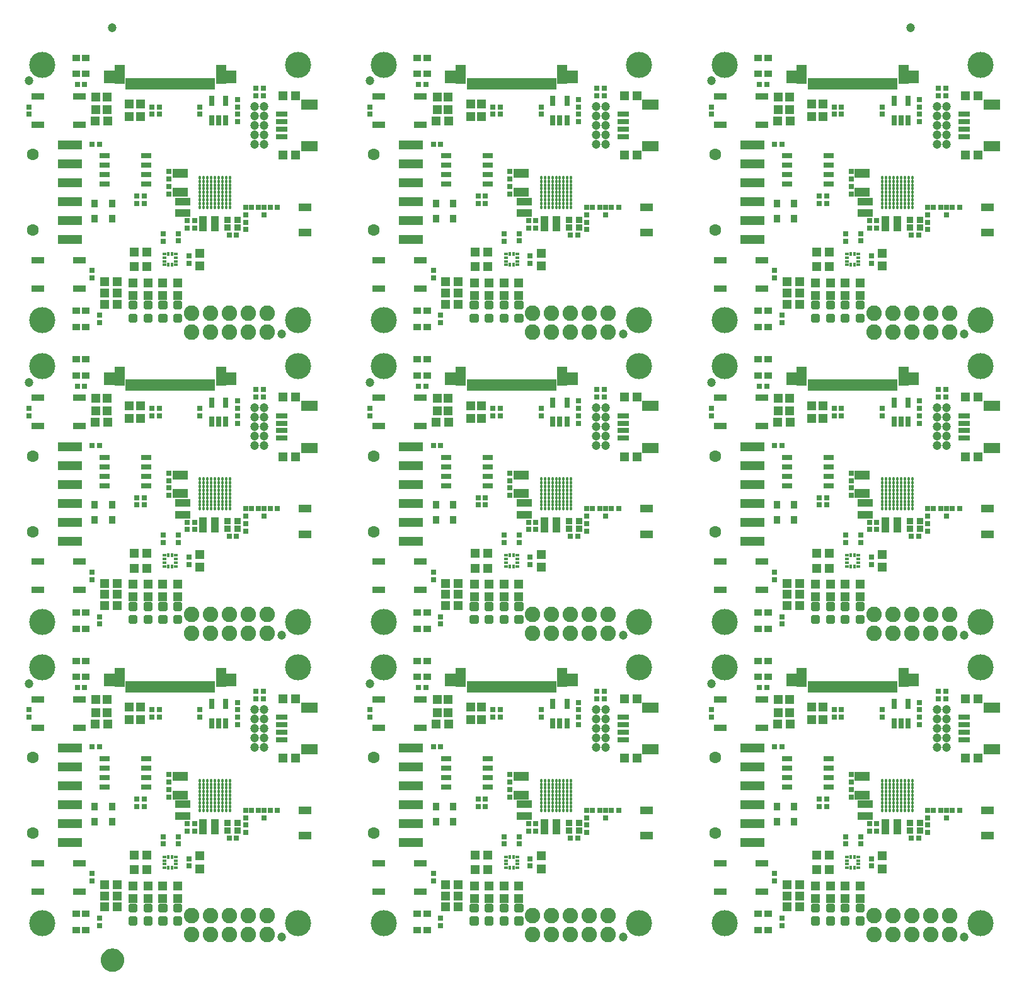
<source format=gts>
G75*
%MOIN*%
%OFA0B0*%
%FSLAX25Y25*%
%IPPOS*%
%LPD*%
%AMOC8*
5,1,8,0,0,1.08239X$1,22.5*
%
%ADD10R,0.12611X0.04737*%
%ADD11C,0.06312*%
%ADD12C,0.01800*%
%ADD13R,0.03753X0.03556*%
%ADD14R,0.03162X0.03162*%
%ADD15R,0.07887X0.04737*%
%ADD16R,0.07887X0.03950*%
%ADD17R,0.03950X0.07887*%
%ADD18R,0.07099X0.03950*%
%ADD19C,0.04737*%
%ADD20R,0.04343X0.03398*%
%ADD21R,0.01981X0.06312*%
%ADD22R,0.05721X0.09855*%
%ADD23R,0.06312X0.07099*%
%ADD24C,0.13800*%
%ADD25R,0.01784X0.01883*%
%ADD26R,0.01883X0.01784*%
%ADD27R,0.04737X0.05131*%
%ADD28R,0.05131X0.04737*%
%ADD29R,0.03280X0.04068*%
%ADD30R,0.02965X0.05524*%
%ADD31R,0.06800X0.03800*%
%ADD32C,0.01990*%
%ADD33R,0.05524X0.03162*%
%ADD34C,0.08200*%
%ADD35R,0.08674X0.05524*%
%ADD36R,0.06115X0.03162*%
%ADD37C,0.05000*%
%ADD38C,0.06706*%
D10*
X0075341Y0082240D03*
X0075341Y0092240D03*
X0075341Y0102240D03*
X0075341Y0112240D03*
X0075341Y0122240D03*
X0075341Y0132240D03*
X0075341Y0241720D03*
X0075341Y0251720D03*
X0075341Y0261720D03*
X0075341Y0271720D03*
X0075341Y0281720D03*
X0075341Y0291720D03*
X0075341Y0401201D03*
X0075341Y0411201D03*
X0075341Y0421201D03*
X0075341Y0431201D03*
X0075341Y0441201D03*
X0075341Y0451201D03*
X0255821Y0451201D03*
X0255821Y0441201D03*
X0255821Y0431201D03*
X0255821Y0421201D03*
X0255821Y0411201D03*
X0255821Y0401201D03*
X0255821Y0291720D03*
X0255821Y0281720D03*
X0255821Y0271720D03*
X0255821Y0261720D03*
X0255821Y0251720D03*
X0255821Y0241720D03*
X0255821Y0132240D03*
X0255821Y0122240D03*
X0255821Y0112240D03*
X0255821Y0102240D03*
X0255821Y0092240D03*
X0255821Y0082240D03*
X0436301Y0082240D03*
X0436301Y0092240D03*
X0436301Y0102240D03*
X0436301Y0112240D03*
X0436301Y0122240D03*
X0436301Y0132240D03*
X0436301Y0241720D03*
X0436301Y0251720D03*
X0436301Y0261720D03*
X0436301Y0271720D03*
X0436301Y0281720D03*
X0436301Y0291720D03*
X0436301Y0401201D03*
X0436301Y0411201D03*
X0436301Y0421201D03*
X0436301Y0431201D03*
X0436301Y0441201D03*
X0436301Y0451201D03*
D11*
X0416616Y0446201D03*
X0416616Y0406201D03*
X0416616Y0286720D03*
X0416616Y0246720D03*
X0416616Y0127240D03*
X0416616Y0087240D03*
X0236136Y0087240D03*
X0236136Y0127240D03*
X0236136Y0246720D03*
X0236136Y0286720D03*
X0236136Y0406201D03*
X0236136Y0446201D03*
X0055656Y0446201D03*
X0055656Y0406201D03*
X0055656Y0286720D03*
X0055656Y0246720D03*
X0055656Y0127240D03*
X0055656Y0087240D03*
D12*
X0144238Y0099366D03*
X0144238Y0101335D03*
X0144238Y0103303D03*
X0144238Y0105272D03*
X0144238Y0107240D03*
X0144238Y0109209D03*
X0144238Y0111177D03*
X0144238Y0113146D03*
X0144238Y0115114D03*
X0146207Y0115114D03*
X0148175Y0115114D03*
X0148175Y0113146D03*
X0146207Y0113146D03*
X0146207Y0111177D03*
X0148175Y0111177D03*
X0148175Y0109209D03*
X0146207Y0109209D03*
X0146207Y0107240D03*
X0148175Y0107240D03*
X0148175Y0105272D03*
X0146207Y0105272D03*
X0146207Y0103303D03*
X0148175Y0103303D03*
X0148175Y0101335D03*
X0146207Y0101335D03*
X0146207Y0099366D03*
X0148175Y0099366D03*
X0150144Y0099366D03*
X0152112Y0099366D03*
X0152112Y0101335D03*
X0152112Y0103303D03*
X0150144Y0103303D03*
X0150144Y0101335D03*
X0150144Y0105272D03*
X0150144Y0107240D03*
X0152112Y0107240D03*
X0152112Y0105272D03*
X0154081Y0105272D03*
X0154081Y0107240D03*
X0156049Y0107240D03*
X0156049Y0105272D03*
X0158018Y0105272D03*
X0158018Y0107240D03*
X0159986Y0107240D03*
X0159986Y0105272D03*
X0159986Y0103303D03*
X0158018Y0103303D03*
X0158018Y0101335D03*
X0159986Y0101335D03*
X0159986Y0099366D03*
X0158018Y0099366D03*
X0156049Y0099366D03*
X0154081Y0099366D03*
X0154081Y0101335D03*
X0154081Y0103303D03*
X0156049Y0103303D03*
X0156049Y0101335D03*
X0156049Y0109209D03*
X0156049Y0111177D03*
X0154081Y0111177D03*
X0154081Y0109209D03*
X0152112Y0109209D03*
X0152112Y0111177D03*
X0150144Y0111177D03*
X0150144Y0109209D03*
X0150144Y0113146D03*
X0150144Y0115114D03*
X0152112Y0115114D03*
X0152112Y0113146D03*
X0154081Y0113146D03*
X0154081Y0115114D03*
X0156049Y0115114D03*
X0156049Y0113146D03*
X0158018Y0113146D03*
X0158018Y0115114D03*
X0159986Y0115114D03*
X0159986Y0113146D03*
X0159986Y0111177D03*
X0158018Y0111177D03*
X0158018Y0109209D03*
X0159986Y0109209D03*
X0324718Y0109209D03*
X0324718Y0111177D03*
X0324718Y0113146D03*
X0324718Y0115114D03*
X0326687Y0115114D03*
X0326687Y0113146D03*
X0328655Y0113146D03*
X0328655Y0115114D03*
X0330624Y0115114D03*
X0330624Y0113146D03*
X0332593Y0113146D03*
X0334561Y0113146D03*
X0334561Y0115114D03*
X0332593Y0115114D03*
X0336530Y0115114D03*
X0338498Y0115114D03*
X0338498Y0113146D03*
X0336530Y0113146D03*
X0336530Y0111177D03*
X0338498Y0111177D03*
X0338498Y0109209D03*
X0336530Y0109209D03*
X0336530Y0107240D03*
X0338498Y0107240D03*
X0338498Y0105272D03*
X0336530Y0105272D03*
X0336530Y0103303D03*
X0338498Y0103303D03*
X0338498Y0101335D03*
X0336530Y0101335D03*
X0336530Y0099366D03*
X0338498Y0099366D03*
X0340467Y0099366D03*
X0340467Y0101335D03*
X0340467Y0103303D03*
X0340467Y0105272D03*
X0340467Y0107240D03*
X0340467Y0109209D03*
X0340467Y0111177D03*
X0340467Y0113146D03*
X0340467Y0115114D03*
X0334561Y0111177D03*
X0334561Y0109209D03*
X0332593Y0109209D03*
X0332593Y0111177D03*
X0330624Y0111177D03*
X0330624Y0109209D03*
X0328655Y0109209D03*
X0326687Y0109209D03*
X0326687Y0111177D03*
X0328655Y0111177D03*
X0328655Y0107240D03*
X0326687Y0107240D03*
X0326687Y0105272D03*
X0328655Y0105272D03*
X0328655Y0103303D03*
X0326687Y0103303D03*
X0326687Y0101335D03*
X0328655Y0101335D03*
X0328655Y0099366D03*
X0326687Y0099366D03*
X0324718Y0099366D03*
X0324718Y0101335D03*
X0324718Y0103303D03*
X0324718Y0105272D03*
X0324718Y0107240D03*
X0330624Y0107240D03*
X0330624Y0105272D03*
X0332593Y0105272D03*
X0334561Y0105272D03*
X0334561Y0107240D03*
X0332593Y0107240D03*
X0332593Y0103303D03*
X0334561Y0103303D03*
X0334561Y0101335D03*
X0332593Y0101335D03*
X0332593Y0099366D03*
X0334561Y0099366D03*
X0330624Y0099366D03*
X0330624Y0101335D03*
X0330624Y0103303D03*
X0505199Y0103303D03*
X0507167Y0103303D03*
X0507167Y0101335D03*
X0505199Y0101335D03*
X0505199Y0099366D03*
X0507167Y0099366D03*
X0509136Y0099366D03*
X0511104Y0099366D03*
X0511104Y0101335D03*
X0511104Y0103303D03*
X0509136Y0103303D03*
X0509136Y0101335D03*
X0509136Y0105272D03*
X0509136Y0107240D03*
X0511104Y0107240D03*
X0511104Y0105272D03*
X0513073Y0105272D03*
X0513073Y0107240D03*
X0515041Y0107240D03*
X0515041Y0105272D03*
X0517010Y0105272D03*
X0517010Y0107240D03*
X0518978Y0107240D03*
X0518978Y0105272D03*
X0520947Y0105272D03*
X0520947Y0107240D03*
X0520947Y0109209D03*
X0520947Y0111177D03*
X0520947Y0113146D03*
X0520947Y0115114D03*
X0518978Y0115114D03*
X0517010Y0115114D03*
X0517010Y0113146D03*
X0518978Y0113146D03*
X0518978Y0111177D03*
X0517010Y0111177D03*
X0517010Y0109209D03*
X0518978Y0109209D03*
X0515041Y0109209D03*
X0515041Y0111177D03*
X0513073Y0111177D03*
X0513073Y0109209D03*
X0511104Y0109209D03*
X0511104Y0111177D03*
X0509136Y0111177D03*
X0509136Y0109209D03*
X0507167Y0109209D03*
X0507167Y0111177D03*
X0505199Y0111177D03*
X0505199Y0109209D03*
X0505199Y0107240D03*
X0507167Y0107240D03*
X0507167Y0105272D03*
X0505199Y0105272D03*
X0505199Y0113146D03*
X0505199Y0115114D03*
X0507167Y0115114D03*
X0507167Y0113146D03*
X0509136Y0113146D03*
X0509136Y0115114D03*
X0511104Y0115114D03*
X0511104Y0113146D03*
X0513073Y0113146D03*
X0513073Y0115114D03*
X0515041Y0115114D03*
X0515041Y0113146D03*
X0515041Y0103303D03*
X0513073Y0103303D03*
X0513073Y0101335D03*
X0515041Y0101335D03*
X0517010Y0101335D03*
X0517010Y0103303D03*
X0518978Y0103303D03*
X0518978Y0101335D03*
X0520947Y0101335D03*
X0520947Y0103303D03*
X0520947Y0099366D03*
X0518978Y0099366D03*
X0517010Y0099366D03*
X0515041Y0099366D03*
X0513073Y0099366D03*
X0513073Y0258846D03*
X0515041Y0258846D03*
X0517010Y0258846D03*
X0518978Y0258846D03*
X0520947Y0258846D03*
X0520947Y0260815D03*
X0520947Y0262783D03*
X0518978Y0262783D03*
X0518978Y0260815D03*
X0517010Y0260815D03*
X0517010Y0262783D03*
X0515041Y0262783D03*
X0515041Y0260815D03*
X0513073Y0260815D03*
X0513073Y0262783D03*
X0511104Y0262783D03*
X0511104Y0260815D03*
X0509136Y0260815D03*
X0509136Y0262783D03*
X0507167Y0262783D03*
X0507167Y0260815D03*
X0505199Y0260815D03*
X0505199Y0262783D03*
X0505199Y0264752D03*
X0507167Y0264752D03*
X0507167Y0266720D03*
X0505199Y0266720D03*
X0505199Y0268689D03*
X0507167Y0268689D03*
X0507167Y0270657D03*
X0505199Y0270657D03*
X0505199Y0272626D03*
X0507167Y0272626D03*
X0507167Y0274594D03*
X0505199Y0274594D03*
X0509136Y0274594D03*
X0509136Y0272626D03*
X0511104Y0272626D03*
X0511104Y0274594D03*
X0513073Y0274594D03*
X0513073Y0272626D03*
X0515041Y0272626D03*
X0515041Y0274594D03*
X0517010Y0274594D03*
X0517010Y0272626D03*
X0518978Y0272626D03*
X0518978Y0274594D03*
X0520947Y0274594D03*
X0520947Y0272626D03*
X0520947Y0270657D03*
X0520947Y0268689D03*
X0520947Y0266720D03*
X0520947Y0264752D03*
X0518978Y0264752D03*
X0517010Y0264752D03*
X0517010Y0266720D03*
X0518978Y0266720D03*
X0518978Y0268689D03*
X0517010Y0268689D03*
X0517010Y0270657D03*
X0518978Y0270657D03*
X0515041Y0270657D03*
X0515041Y0268689D03*
X0513073Y0268689D03*
X0513073Y0270657D03*
X0511104Y0270657D03*
X0511104Y0268689D03*
X0509136Y0268689D03*
X0509136Y0270657D03*
X0509136Y0266720D03*
X0509136Y0264752D03*
X0511104Y0264752D03*
X0511104Y0266720D03*
X0513073Y0266720D03*
X0513073Y0264752D03*
X0515041Y0264752D03*
X0515041Y0266720D03*
X0511104Y0258846D03*
X0509136Y0258846D03*
X0507167Y0258846D03*
X0505199Y0258846D03*
X0340467Y0258846D03*
X0340467Y0260815D03*
X0340467Y0262783D03*
X0340467Y0264752D03*
X0340467Y0266720D03*
X0340467Y0268689D03*
X0340467Y0270657D03*
X0340467Y0272626D03*
X0340467Y0274594D03*
X0338498Y0274594D03*
X0338498Y0272626D03*
X0336530Y0272626D03*
X0336530Y0274594D03*
X0334561Y0274594D03*
X0334561Y0272626D03*
X0332593Y0272626D03*
X0332593Y0274594D03*
X0330624Y0274594D03*
X0330624Y0272626D03*
X0328655Y0272626D03*
X0326687Y0272626D03*
X0326687Y0274594D03*
X0328655Y0274594D03*
X0324718Y0274594D03*
X0324718Y0272626D03*
X0324718Y0270657D03*
X0324718Y0268689D03*
X0324718Y0266720D03*
X0324718Y0264752D03*
X0324718Y0262783D03*
X0324718Y0260815D03*
X0324718Y0258846D03*
X0326687Y0258846D03*
X0328655Y0258846D03*
X0328655Y0260815D03*
X0326687Y0260815D03*
X0326687Y0262783D03*
X0328655Y0262783D03*
X0328655Y0264752D03*
X0326687Y0264752D03*
X0326687Y0266720D03*
X0328655Y0266720D03*
X0328655Y0268689D03*
X0326687Y0268689D03*
X0326687Y0270657D03*
X0328655Y0270657D03*
X0330624Y0270657D03*
X0330624Y0268689D03*
X0332593Y0268689D03*
X0334561Y0268689D03*
X0334561Y0270657D03*
X0332593Y0270657D03*
X0336530Y0270657D03*
X0338498Y0270657D03*
X0338498Y0268689D03*
X0336530Y0268689D03*
X0336530Y0266720D03*
X0338498Y0266720D03*
X0338498Y0264752D03*
X0336530Y0264752D03*
X0336530Y0262783D03*
X0338498Y0262783D03*
X0338498Y0260815D03*
X0336530Y0260815D03*
X0336530Y0258846D03*
X0338498Y0258846D03*
X0334561Y0258846D03*
X0332593Y0258846D03*
X0332593Y0260815D03*
X0334561Y0260815D03*
X0334561Y0262783D03*
X0332593Y0262783D03*
X0332593Y0264752D03*
X0334561Y0264752D03*
X0334561Y0266720D03*
X0332593Y0266720D03*
X0330624Y0266720D03*
X0330624Y0264752D03*
X0330624Y0262783D03*
X0330624Y0260815D03*
X0330624Y0258846D03*
X0159986Y0258846D03*
X0158018Y0258846D03*
X0156049Y0258846D03*
X0154081Y0258846D03*
X0152112Y0258846D03*
X0150144Y0258846D03*
X0148175Y0258846D03*
X0146207Y0258846D03*
X0144238Y0258846D03*
X0144238Y0260815D03*
X0144238Y0262783D03*
X0146207Y0262783D03*
X0146207Y0260815D03*
X0148175Y0260815D03*
X0148175Y0262783D03*
X0150144Y0262783D03*
X0150144Y0260815D03*
X0152112Y0260815D03*
X0152112Y0262783D03*
X0154081Y0262783D03*
X0154081Y0260815D03*
X0156049Y0260815D03*
X0156049Y0262783D03*
X0158018Y0262783D03*
X0158018Y0260815D03*
X0159986Y0260815D03*
X0159986Y0262783D03*
X0159986Y0264752D03*
X0158018Y0264752D03*
X0158018Y0266720D03*
X0159986Y0266720D03*
X0159986Y0268689D03*
X0158018Y0268689D03*
X0158018Y0270657D03*
X0159986Y0270657D03*
X0159986Y0272626D03*
X0158018Y0272626D03*
X0158018Y0274594D03*
X0159986Y0274594D03*
X0156049Y0274594D03*
X0156049Y0272626D03*
X0154081Y0272626D03*
X0154081Y0274594D03*
X0152112Y0274594D03*
X0152112Y0272626D03*
X0150144Y0272626D03*
X0150144Y0274594D03*
X0148175Y0274594D03*
X0148175Y0272626D03*
X0146207Y0272626D03*
X0146207Y0274594D03*
X0144238Y0274594D03*
X0144238Y0272626D03*
X0144238Y0270657D03*
X0144238Y0268689D03*
X0144238Y0266720D03*
X0144238Y0264752D03*
X0146207Y0264752D03*
X0148175Y0264752D03*
X0148175Y0266720D03*
X0146207Y0266720D03*
X0146207Y0268689D03*
X0148175Y0268689D03*
X0148175Y0270657D03*
X0146207Y0270657D03*
X0150144Y0270657D03*
X0150144Y0268689D03*
X0152112Y0268689D03*
X0152112Y0270657D03*
X0154081Y0270657D03*
X0154081Y0268689D03*
X0156049Y0268689D03*
X0156049Y0270657D03*
X0156049Y0266720D03*
X0156049Y0264752D03*
X0154081Y0264752D03*
X0154081Y0266720D03*
X0152112Y0266720D03*
X0152112Y0264752D03*
X0150144Y0264752D03*
X0150144Y0266720D03*
X0150144Y0418327D03*
X0152112Y0418327D03*
X0152112Y0420295D03*
X0150144Y0420295D03*
X0150144Y0422264D03*
X0152112Y0422264D03*
X0152112Y0424232D03*
X0150144Y0424232D03*
X0150144Y0426201D03*
X0152112Y0426201D03*
X0152112Y0428169D03*
X0150144Y0428169D03*
X0150144Y0430138D03*
X0152112Y0430138D03*
X0152112Y0432106D03*
X0150144Y0432106D03*
X0150144Y0434075D03*
X0152112Y0434075D03*
X0154081Y0434075D03*
X0156049Y0434075D03*
X0158018Y0434075D03*
X0159986Y0434075D03*
X0159986Y0432106D03*
X0159986Y0430138D03*
X0158018Y0430138D03*
X0158018Y0432106D03*
X0156049Y0432106D03*
X0156049Y0430138D03*
X0154081Y0430138D03*
X0154081Y0432106D03*
X0154081Y0428169D03*
X0156049Y0428169D03*
X0156049Y0426201D03*
X0154081Y0426201D03*
X0154081Y0424232D03*
X0156049Y0424232D03*
X0156049Y0422264D03*
X0154081Y0422264D03*
X0154081Y0420295D03*
X0156049Y0420295D03*
X0156049Y0418327D03*
X0154081Y0418327D03*
X0158018Y0418327D03*
X0159986Y0418327D03*
X0159986Y0420295D03*
X0158018Y0420295D03*
X0158018Y0422264D03*
X0159986Y0422264D03*
X0159986Y0424232D03*
X0158018Y0424232D03*
X0158018Y0426201D03*
X0159986Y0426201D03*
X0159986Y0428169D03*
X0158018Y0428169D03*
X0148175Y0428169D03*
X0148175Y0426201D03*
X0146207Y0426201D03*
X0146207Y0428169D03*
X0146207Y0430138D03*
X0148175Y0430138D03*
X0148175Y0432106D03*
X0146207Y0432106D03*
X0146207Y0434075D03*
X0148175Y0434075D03*
X0144238Y0434075D03*
X0144238Y0432106D03*
X0144238Y0430138D03*
X0144238Y0428169D03*
X0144238Y0426201D03*
X0144238Y0424232D03*
X0144238Y0422264D03*
X0146207Y0422264D03*
X0148175Y0422264D03*
X0148175Y0424232D03*
X0146207Y0424232D03*
X0146207Y0420295D03*
X0148175Y0420295D03*
X0148175Y0418327D03*
X0146207Y0418327D03*
X0144238Y0418327D03*
X0144238Y0420295D03*
X0324718Y0420295D03*
X0324718Y0418327D03*
X0326687Y0418327D03*
X0326687Y0420295D03*
X0328655Y0420295D03*
X0328655Y0418327D03*
X0330624Y0418327D03*
X0330624Y0420295D03*
X0332593Y0420295D03*
X0334561Y0420295D03*
X0334561Y0418327D03*
X0332593Y0418327D03*
X0336530Y0418327D03*
X0338498Y0418327D03*
X0338498Y0420295D03*
X0336530Y0420295D03*
X0336530Y0422264D03*
X0338498Y0422264D03*
X0338498Y0424232D03*
X0336530Y0424232D03*
X0336530Y0426201D03*
X0338498Y0426201D03*
X0338498Y0428169D03*
X0336530Y0428169D03*
X0336530Y0430138D03*
X0338498Y0430138D03*
X0338498Y0432106D03*
X0336530Y0432106D03*
X0336530Y0434075D03*
X0338498Y0434075D03*
X0340467Y0434075D03*
X0340467Y0432106D03*
X0340467Y0430138D03*
X0340467Y0428169D03*
X0340467Y0426201D03*
X0340467Y0424232D03*
X0340467Y0422264D03*
X0340467Y0420295D03*
X0340467Y0418327D03*
X0334561Y0422264D03*
X0334561Y0424232D03*
X0332593Y0424232D03*
X0332593Y0422264D03*
X0330624Y0422264D03*
X0330624Y0424232D03*
X0328655Y0424232D03*
X0326687Y0424232D03*
X0326687Y0422264D03*
X0328655Y0422264D03*
X0324718Y0422264D03*
X0324718Y0424232D03*
X0324718Y0426201D03*
X0324718Y0428169D03*
X0324718Y0430138D03*
X0324718Y0432106D03*
X0324718Y0434075D03*
X0326687Y0434075D03*
X0328655Y0434075D03*
X0328655Y0432106D03*
X0326687Y0432106D03*
X0326687Y0430138D03*
X0328655Y0430138D03*
X0328655Y0428169D03*
X0326687Y0428169D03*
X0326687Y0426201D03*
X0328655Y0426201D03*
X0330624Y0426201D03*
X0330624Y0428169D03*
X0332593Y0428169D03*
X0334561Y0428169D03*
X0334561Y0426201D03*
X0332593Y0426201D03*
X0332593Y0430138D03*
X0334561Y0430138D03*
X0334561Y0432106D03*
X0332593Y0432106D03*
X0332593Y0434075D03*
X0334561Y0434075D03*
X0330624Y0434075D03*
X0330624Y0432106D03*
X0330624Y0430138D03*
X0505199Y0430138D03*
X0505199Y0432106D03*
X0507167Y0432106D03*
X0507167Y0430138D03*
X0507167Y0428169D03*
X0505199Y0428169D03*
X0505199Y0426201D03*
X0507167Y0426201D03*
X0507167Y0424232D03*
X0505199Y0424232D03*
X0505199Y0422264D03*
X0507167Y0422264D03*
X0507167Y0420295D03*
X0505199Y0420295D03*
X0505199Y0418327D03*
X0507167Y0418327D03*
X0509136Y0418327D03*
X0509136Y0420295D03*
X0511104Y0420295D03*
X0511104Y0418327D03*
X0513073Y0418327D03*
X0513073Y0420295D03*
X0515041Y0420295D03*
X0515041Y0418327D03*
X0517010Y0418327D03*
X0517010Y0420295D03*
X0518978Y0420295D03*
X0518978Y0418327D03*
X0520947Y0418327D03*
X0520947Y0420295D03*
X0520947Y0422264D03*
X0520947Y0424232D03*
X0518978Y0424232D03*
X0517010Y0424232D03*
X0517010Y0422264D03*
X0518978Y0422264D03*
X0515041Y0422264D03*
X0513073Y0422264D03*
X0513073Y0424232D03*
X0515041Y0424232D03*
X0515041Y0426201D03*
X0513073Y0426201D03*
X0513073Y0428169D03*
X0515041Y0428169D03*
X0515041Y0430138D03*
X0513073Y0430138D03*
X0513073Y0432106D03*
X0515041Y0432106D03*
X0515041Y0434075D03*
X0513073Y0434075D03*
X0511104Y0434075D03*
X0509136Y0434075D03*
X0507167Y0434075D03*
X0505199Y0434075D03*
X0509136Y0432106D03*
X0509136Y0430138D03*
X0511104Y0430138D03*
X0511104Y0432106D03*
X0511104Y0428169D03*
X0509136Y0428169D03*
X0509136Y0426201D03*
X0511104Y0426201D03*
X0511104Y0424232D03*
X0509136Y0424232D03*
X0509136Y0422264D03*
X0511104Y0422264D03*
X0517010Y0426201D03*
X0517010Y0428169D03*
X0518978Y0428169D03*
X0518978Y0426201D03*
X0520947Y0426201D03*
X0520947Y0428169D03*
X0520947Y0430138D03*
X0520947Y0432106D03*
X0518978Y0432106D03*
X0517010Y0432106D03*
X0517010Y0430138D03*
X0518978Y0430138D03*
X0518978Y0434075D03*
X0517010Y0434075D03*
X0520947Y0434075D03*
D13*
X0519764Y0411634D03*
X0519764Y0407697D03*
X0525079Y0407697D03*
X0525079Y0411634D03*
X0344599Y0411634D03*
X0344599Y0407697D03*
X0339284Y0407697D03*
X0339284Y0411634D03*
X0164119Y0411634D03*
X0164119Y0407697D03*
X0158804Y0407697D03*
X0158804Y0411634D03*
X0158804Y0252154D03*
X0158804Y0248217D03*
X0164119Y0248217D03*
X0164119Y0252154D03*
X0339284Y0252154D03*
X0339284Y0248217D03*
X0344599Y0248217D03*
X0344599Y0252154D03*
X0519764Y0252154D03*
X0519764Y0248217D03*
X0525079Y0248217D03*
X0525079Y0252154D03*
X0525079Y0092673D03*
X0525079Y0088736D03*
X0519764Y0088736D03*
X0519764Y0092673D03*
X0344599Y0092673D03*
X0344599Y0088736D03*
X0339284Y0088736D03*
X0339284Y0092673D03*
X0164119Y0092673D03*
X0164119Y0088736D03*
X0158804Y0088736D03*
X0158804Y0092673D03*
D14*
X0159593Y0084699D03*
X0163530Y0084699D03*
X0168254Y0087555D03*
X0168254Y0091492D03*
X0168254Y0095429D03*
X0168254Y0099366D03*
X0171252Y0099366D03*
X0175189Y0099366D03*
X0178220Y0099366D03*
X0181252Y0099366D03*
X0185189Y0099366D03*
X0178220Y0095429D03*
X0141285Y0092280D03*
X0137545Y0092280D03*
X0137545Y0088343D03*
X0141285Y0088343D03*
X0132750Y0085469D03*
X0132750Y0081531D03*
X0124750Y0081500D03*
X0124750Y0085437D03*
X0114711Y0101335D03*
X0114711Y0105272D03*
X0110774Y0105272D03*
X0110774Y0101335D03*
X0127703Y0106453D03*
X0127703Y0110390D03*
X0127703Y0114327D03*
X0127703Y0118264D03*
X0122585Y0148579D03*
X0122585Y0152516D03*
X0118648Y0152516D03*
X0118648Y0148579D03*
X0144238Y0148579D03*
X0144238Y0152516D03*
X0163923Y0152516D03*
X0163923Y0156453D03*
X0163923Y0148579D03*
X0163923Y0144642D03*
X0173766Y0158421D03*
X0177703Y0158421D03*
X0177703Y0162358D03*
X0173766Y0162358D03*
X0234167Y0152516D03*
X0234167Y0148579D03*
X0259758Y0164327D03*
X0263695Y0164327D03*
X0299128Y0152516D03*
X0303065Y0152516D03*
X0303065Y0148579D03*
X0299128Y0148579D03*
X0324718Y0148579D03*
X0324718Y0152516D03*
X0344404Y0152516D03*
X0344404Y0156453D03*
X0344404Y0148579D03*
X0344404Y0144642D03*
X0354246Y0158421D03*
X0358183Y0158421D03*
X0358183Y0162358D03*
X0354246Y0162358D03*
X0414648Y0152516D03*
X0414648Y0148579D03*
X0440238Y0164327D03*
X0444175Y0164327D03*
X0479608Y0152516D03*
X0483545Y0152516D03*
X0483545Y0148579D03*
X0479608Y0148579D03*
X0505199Y0148579D03*
X0505199Y0152516D03*
X0524884Y0152516D03*
X0524884Y0156453D03*
X0524884Y0148579D03*
X0524884Y0144642D03*
X0534726Y0158421D03*
X0534726Y0162358D03*
X0538663Y0162358D03*
X0538663Y0158421D03*
X0488663Y0118264D03*
X0488663Y0114327D03*
X0488663Y0110390D03*
X0488663Y0106453D03*
X0475671Y0105272D03*
X0471734Y0105272D03*
X0471734Y0101335D03*
X0475671Y0101335D03*
X0485711Y0085437D03*
X0485711Y0081500D03*
X0493711Y0081531D03*
X0493711Y0085469D03*
X0498506Y0088343D03*
X0502246Y0088343D03*
X0502246Y0092280D03*
X0498506Y0092280D03*
X0520553Y0084699D03*
X0524490Y0084699D03*
X0529215Y0087555D03*
X0529215Y0091492D03*
X0529215Y0095429D03*
X0529215Y0099366D03*
X0532212Y0099366D03*
X0536149Y0099366D03*
X0539181Y0099366D03*
X0542212Y0099366D03*
X0546149Y0099366D03*
X0539181Y0095429D03*
X0499293Y0073776D03*
X0499293Y0069839D03*
X0452049Y0042280D03*
X0452049Y0038343D03*
X0448112Y0061965D03*
X0448112Y0065902D03*
X0448112Y0132831D03*
X0452049Y0132831D03*
X0452049Y0197823D03*
X0452049Y0201760D03*
X0448112Y0221445D03*
X0448112Y0225382D03*
X0485711Y0240980D03*
X0485711Y0244917D03*
X0493711Y0244949D03*
X0493711Y0241012D03*
X0498506Y0247823D03*
X0502246Y0247823D03*
X0502246Y0251760D03*
X0498506Y0251760D03*
X0488663Y0265933D03*
X0488663Y0269870D03*
X0488663Y0273807D03*
X0488663Y0277744D03*
X0475671Y0264752D03*
X0471734Y0264752D03*
X0471734Y0260815D03*
X0475671Y0260815D03*
X0499293Y0233256D03*
X0499293Y0229319D03*
X0520553Y0244180D03*
X0524490Y0244180D03*
X0529215Y0247035D03*
X0529215Y0250972D03*
X0529215Y0254909D03*
X0529215Y0258846D03*
X0532212Y0258846D03*
X0536149Y0258846D03*
X0539181Y0258846D03*
X0542212Y0258846D03*
X0546149Y0258846D03*
X0539181Y0254909D03*
X0524884Y0304122D03*
X0524884Y0308059D03*
X0524884Y0311996D03*
X0524884Y0315933D03*
X0534726Y0317902D03*
X0534726Y0321839D03*
X0538663Y0321839D03*
X0538663Y0317902D03*
X0505199Y0311996D03*
X0505199Y0308059D03*
X0483545Y0308059D03*
X0479608Y0308059D03*
X0479608Y0311996D03*
X0483545Y0311996D03*
X0452049Y0292311D03*
X0448112Y0292311D03*
X0414648Y0308059D03*
X0414648Y0311996D03*
X0440238Y0323807D03*
X0444175Y0323807D03*
X0452049Y0357303D03*
X0452049Y0361240D03*
X0448112Y0380925D03*
X0448112Y0384862D03*
X0485711Y0400461D03*
X0485711Y0404398D03*
X0493711Y0404429D03*
X0493711Y0400492D03*
X0498506Y0407303D03*
X0502246Y0407303D03*
X0502246Y0411240D03*
X0498506Y0411240D03*
X0488663Y0425413D03*
X0488663Y0429350D03*
X0488663Y0433287D03*
X0488663Y0437224D03*
X0475671Y0424232D03*
X0475671Y0420295D03*
X0471734Y0420295D03*
X0471734Y0424232D03*
X0452049Y0451791D03*
X0448112Y0451791D03*
X0479608Y0467539D03*
X0483545Y0467539D03*
X0483545Y0471476D03*
X0479608Y0471476D03*
X0505199Y0471476D03*
X0505199Y0467539D03*
X0524884Y0467539D03*
X0524884Y0463602D03*
X0524884Y0471476D03*
X0524884Y0475413D03*
X0534726Y0477382D03*
X0534726Y0481319D03*
X0538663Y0481319D03*
X0538663Y0477382D03*
X0539181Y0418327D03*
X0542212Y0418327D03*
X0546149Y0418327D03*
X0539181Y0414390D03*
X0536149Y0418327D03*
X0532212Y0418327D03*
X0529215Y0418327D03*
X0529215Y0414390D03*
X0529215Y0410453D03*
X0529215Y0406516D03*
X0524490Y0403660D03*
X0520553Y0403660D03*
X0499293Y0392736D03*
X0499293Y0388799D03*
X0414648Y0467539D03*
X0414648Y0471476D03*
X0440238Y0483287D03*
X0444175Y0483287D03*
X0365669Y0418327D03*
X0361732Y0418327D03*
X0358700Y0418327D03*
X0355669Y0418327D03*
X0351732Y0418327D03*
X0348734Y0418327D03*
X0348734Y0414390D03*
X0348734Y0410453D03*
X0348734Y0406516D03*
X0344010Y0403660D03*
X0340073Y0403660D03*
X0358700Y0414390D03*
X0321766Y0411240D03*
X0318026Y0411240D03*
X0318026Y0407303D03*
X0321766Y0407303D03*
X0313230Y0404429D03*
X0313230Y0400492D03*
X0305230Y0400461D03*
X0305230Y0404398D03*
X0318813Y0392736D03*
X0318813Y0388799D03*
X0295191Y0420295D03*
X0291254Y0420295D03*
X0291254Y0424232D03*
X0295191Y0424232D03*
X0308183Y0425413D03*
X0308183Y0429350D03*
X0308183Y0433287D03*
X0308183Y0437224D03*
X0271569Y0451791D03*
X0267632Y0451791D03*
X0299128Y0467539D03*
X0303065Y0467539D03*
X0303065Y0471476D03*
X0299128Y0471476D03*
X0324718Y0471476D03*
X0324718Y0467539D03*
X0344404Y0467539D03*
X0344404Y0463602D03*
X0344404Y0471476D03*
X0344404Y0475413D03*
X0354246Y0477382D03*
X0354246Y0481319D03*
X0358183Y0481319D03*
X0358183Y0477382D03*
X0263695Y0483287D03*
X0259758Y0483287D03*
X0234167Y0471476D03*
X0234167Y0467539D03*
X0177703Y0477382D03*
X0177703Y0481319D03*
X0173766Y0481319D03*
X0173766Y0477382D03*
X0163923Y0475413D03*
X0163923Y0471476D03*
X0163923Y0467539D03*
X0163923Y0463602D03*
X0144238Y0467539D03*
X0144238Y0471476D03*
X0122585Y0471476D03*
X0122585Y0467539D03*
X0118648Y0467539D03*
X0118648Y0471476D03*
X0091089Y0451791D03*
X0087152Y0451791D03*
X0110774Y0424232D03*
X0114711Y0424232D03*
X0114711Y0420295D03*
X0110774Y0420295D03*
X0127703Y0425413D03*
X0127703Y0429350D03*
X0127703Y0433287D03*
X0127703Y0437224D03*
X0137545Y0411240D03*
X0141285Y0411240D03*
X0141285Y0407303D03*
X0137545Y0407303D03*
X0132750Y0404429D03*
X0132750Y0400492D03*
X0124750Y0400461D03*
X0124750Y0404398D03*
X0138333Y0392736D03*
X0138333Y0388799D03*
X0159593Y0403660D03*
X0163530Y0403660D03*
X0168254Y0406516D03*
X0168254Y0410453D03*
X0168254Y0414390D03*
X0168254Y0418327D03*
X0171252Y0418327D03*
X0175189Y0418327D03*
X0178220Y0418327D03*
X0181252Y0418327D03*
X0185189Y0418327D03*
X0178220Y0414390D03*
X0091089Y0361240D03*
X0091089Y0357303D03*
X0087152Y0380925D03*
X0087152Y0384862D03*
X0083215Y0323807D03*
X0079278Y0323807D03*
X0053687Y0311996D03*
X0053687Y0308059D03*
X0087152Y0292311D03*
X0091089Y0292311D03*
X0118648Y0308059D03*
X0122585Y0308059D03*
X0122585Y0311996D03*
X0118648Y0311996D03*
X0144238Y0311996D03*
X0144238Y0308059D03*
X0163923Y0308059D03*
X0163923Y0304122D03*
X0163923Y0311996D03*
X0163923Y0315933D03*
X0173766Y0317902D03*
X0173766Y0321839D03*
X0177703Y0321839D03*
X0177703Y0317902D03*
X0127703Y0277744D03*
X0127703Y0273807D03*
X0127703Y0269870D03*
X0127703Y0265933D03*
X0114711Y0264752D03*
X0114711Y0260815D03*
X0110774Y0260815D03*
X0110774Y0264752D03*
X0137545Y0251760D03*
X0141285Y0251760D03*
X0141285Y0247823D03*
X0137545Y0247823D03*
X0132750Y0244949D03*
X0132750Y0241012D03*
X0124750Y0240980D03*
X0124750Y0244917D03*
X0138333Y0233256D03*
X0138333Y0229319D03*
X0159593Y0244180D03*
X0163530Y0244180D03*
X0168254Y0247035D03*
X0168254Y0250972D03*
X0168254Y0254909D03*
X0168254Y0258846D03*
X0171252Y0258846D03*
X0175189Y0258846D03*
X0178220Y0258846D03*
X0181252Y0258846D03*
X0185189Y0258846D03*
X0178220Y0254909D03*
X0234167Y0308059D03*
X0234167Y0311996D03*
X0259758Y0323807D03*
X0263695Y0323807D03*
X0299128Y0311996D03*
X0303065Y0311996D03*
X0303065Y0308059D03*
X0299128Y0308059D03*
X0324718Y0308059D03*
X0324718Y0311996D03*
X0344404Y0311996D03*
X0344404Y0308059D03*
X0344404Y0304122D03*
X0344404Y0315933D03*
X0354246Y0317902D03*
X0354246Y0321839D03*
X0358183Y0321839D03*
X0358183Y0317902D03*
X0308183Y0277744D03*
X0308183Y0273807D03*
X0308183Y0269870D03*
X0308183Y0265933D03*
X0295191Y0264752D03*
X0295191Y0260815D03*
X0291254Y0260815D03*
X0291254Y0264752D03*
X0318026Y0251760D03*
X0321766Y0251760D03*
X0321766Y0247823D03*
X0318026Y0247823D03*
X0313230Y0244949D03*
X0313230Y0241012D03*
X0305230Y0240980D03*
X0305230Y0244917D03*
X0318813Y0233256D03*
X0318813Y0229319D03*
X0340073Y0244180D03*
X0344010Y0244180D03*
X0348734Y0247035D03*
X0348734Y0250972D03*
X0348734Y0254909D03*
X0348734Y0258846D03*
X0351732Y0258846D03*
X0355669Y0258846D03*
X0358700Y0258846D03*
X0361732Y0258846D03*
X0365669Y0258846D03*
X0358700Y0254909D03*
X0271569Y0292311D03*
X0267632Y0292311D03*
X0271569Y0357303D03*
X0271569Y0361240D03*
X0267632Y0380925D03*
X0267632Y0384862D03*
X0083215Y0483287D03*
X0079278Y0483287D03*
X0053687Y0471476D03*
X0053687Y0467539D03*
X0087152Y0225382D03*
X0087152Y0221445D03*
X0091089Y0201760D03*
X0091089Y0197823D03*
X0083215Y0164327D03*
X0079278Y0164327D03*
X0053687Y0152516D03*
X0053687Y0148579D03*
X0087152Y0132831D03*
X0091089Y0132831D03*
X0138333Y0073776D03*
X0138333Y0069839D03*
X0091089Y0042280D03*
X0091089Y0038343D03*
X0087152Y0061965D03*
X0087152Y0065902D03*
X0267632Y0065902D03*
X0267632Y0061965D03*
X0271569Y0042280D03*
X0271569Y0038343D03*
X0318813Y0069839D03*
X0318813Y0073776D03*
X0313230Y0081531D03*
X0313230Y0085469D03*
X0318026Y0088343D03*
X0321766Y0088343D03*
X0321766Y0092280D03*
X0318026Y0092280D03*
X0305230Y0085437D03*
X0305230Y0081500D03*
X0295191Y0101335D03*
X0295191Y0105272D03*
X0291254Y0105272D03*
X0291254Y0101335D03*
X0308183Y0106453D03*
X0308183Y0110390D03*
X0308183Y0114327D03*
X0308183Y0118264D03*
X0271569Y0132831D03*
X0267632Y0132831D03*
X0340073Y0084699D03*
X0344010Y0084699D03*
X0348734Y0087555D03*
X0348734Y0091492D03*
X0348734Y0095429D03*
X0348734Y0099366D03*
X0351732Y0099366D03*
X0355669Y0099366D03*
X0358700Y0099366D03*
X0361732Y0099366D03*
X0365669Y0099366D03*
X0358700Y0095429D03*
X0271569Y0197823D03*
X0271569Y0201760D03*
X0267632Y0221445D03*
X0267632Y0225382D03*
D15*
X0314089Y0266917D03*
X0314089Y0276760D03*
X0494569Y0276760D03*
X0494569Y0266917D03*
X0494569Y0117280D03*
X0494569Y0107437D03*
X0314089Y0107437D03*
X0314089Y0117280D03*
X0133608Y0117280D03*
X0133608Y0107437D03*
X0133608Y0266917D03*
X0133608Y0276760D03*
X0133608Y0426398D03*
X0133608Y0436240D03*
X0314089Y0436240D03*
X0314089Y0426398D03*
X0494569Y0426398D03*
X0494569Y0436240D03*
D16*
X0496144Y0421476D03*
X0496144Y0415177D03*
X0315663Y0415177D03*
X0315663Y0421476D03*
X0135183Y0421476D03*
X0135183Y0415177D03*
X0135183Y0261996D03*
X0135183Y0255697D03*
X0315663Y0255697D03*
X0315663Y0261996D03*
X0496144Y0261996D03*
X0496144Y0255697D03*
X0496144Y0102516D03*
X0496144Y0096217D03*
X0315663Y0096217D03*
X0315663Y0102516D03*
X0135183Y0102516D03*
X0135183Y0096217D03*
D17*
X0145813Y0090705D03*
X0152112Y0090705D03*
X0326293Y0090705D03*
X0332593Y0090705D03*
X0506774Y0090705D03*
X0513073Y0090705D03*
X0513073Y0250185D03*
X0506774Y0250185D03*
X0332593Y0250185D03*
X0326293Y0250185D03*
X0152112Y0250185D03*
X0145813Y0250185D03*
X0145813Y0409665D03*
X0152112Y0409665D03*
X0326293Y0409665D03*
X0332593Y0409665D03*
X0506774Y0409665D03*
X0513073Y0409665D03*
D18*
X0560821Y0404941D03*
X0560821Y0418327D03*
X0380341Y0418327D03*
X0380341Y0404941D03*
X0199860Y0404941D03*
X0199860Y0418327D03*
X0199860Y0258846D03*
X0199860Y0245461D03*
X0380341Y0245461D03*
X0380341Y0258846D03*
X0560821Y0258846D03*
X0560821Y0245461D03*
X0560821Y0099366D03*
X0560821Y0085980D03*
X0380341Y0085980D03*
X0380341Y0099366D03*
X0199860Y0099366D03*
X0199860Y0085980D03*
D19*
X0178234Y0132673D03*
X0173234Y0132673D03*
X0173234Y0137673D03*
X0173234Y0142673D03*
X0173234Y0147673D03*
X0173234Y0152673D03*
X0178234Y0152673D03*
X0178234Y0147673D03*
X0178234Y0142673D03*
X0178234Y0137673D03*
X0234167Y0166295D03*
X0187545Y0191917D03*
X0178234Y0292154D03*
X0178234Y0297154D03*
X0178234Y0302154D03*
X0178234Y0307154D03*
X0178234Y0312154D03*
X0173234Y0312154D03*
X0173234Y0307154D03*
X0173234Y0302154D03*
X0173234Y0297154D03*
X0173234Y0292154D03*
X0234167Y0325776D03*
X0187545Y0351398D03*
X0178234Y0451634D03*
X0173234Y0451634D03*
X0173234Y0456634D03*
X0173234Y0461634D03*
X0173234Y0466634D03*
X0173234Y0471634D03*
X0178234Y0471634D03*
X0178234Y0466634D03*
X0178234Y0461634D03*
X0178234Y0456634D03*
X0234167Y0485256D03*
X0353715Y0471634D03*
X0358715Y0471634D03*
X0358715Y0466634D03*
X0358715Y0461634D03*
X0358715Y0456634D03*
X0358715Y0451634D03*
X0353715Y0451634D03*
X0353715Y0456634D03*
X0353715Y0461634D03*
X0353715Y0466634D03*
X0414648Y0485256D03*
X0520191Y0513191D03*
X0534195Y0471634D03*
X0539195Y0471634D03*
X0539195Y0466634D03*
X0534195Y0466634D03*
X0534195Y0461634D03*
X0539195Y0461634D03*
X0539195Y0456634D03*
X0534195Y0456634D03*
X0534195Y0451634D03*
X0539195Y0451634D03*
X0548506Y0351398D03*
X0539195Y0312154D03*
X0534195Y0312154D03*
X0534195Y0307154D03*
X0539195Y0307154D03*
X0539195Y0302154D03*
X0534195Y0302154D03*
X0534195Y0297154D03*
X0539195Y0297154D03*
X0539195Y0292154D03*
X0534195Y0292154D03*
X0414648Y0325776D03*
X0368026Y0351398D03*
X0358715Y0312154D03*
X0353715Y0312154D03*
X0353715Y0307154D03*
X0358715Y0307154D03*
X0358715Y0302154D03*
X0353715Y0302154D03*
X0353715Y0297154D03*
X0358715Y0297154D03*
X0358715Y0292154D03*
X0353715Y0292154D03*
X0368026Y0191917D03*
X0414648Y0166295D03*
X0358715Y0152673D03*
X0358715Y0147673D03*
X0358715Y0142673D03*
X0358715Y0137673D03*
X0358715Y0132673D03*
X0353715Y0132673D03*
X0353715Y0137673D03*
X0353715Y0142673D03*
X0353715Y0147673D03*
X0353715Y0152673D03*
X0368026Y0032437D03*
X0534195Y0132673D03*
X0539195Y0132673D03*
X0539195Y0137673D03*
X0534195Y0137673D03*
X0534195Y0142673D03*
X0539195Y0142673D03*
X0539195Y0147673D03*
X0534195Y0147673D03*
X0534195Y0152673D03*
X0539195Y0152673D03*
X0548506Y0191917D03*
X0548506Y0032437D03*
X0187545Y0032437D03*
X0053687Y0166295D03*
X0053687Y0325776D03*
X0053687Y0485256D03*
X0097750Y0513191D03*
D20*
X0083904Y0497441D03*
X0078589Y0497441D03*
X0078589Y0488819D03*
X0083904Y0488819D03*
X0083904Y0363583D03*
X0078589Y0363583D03*
X0078589Y0354961D03*
X0083904Y0354961D03*
X0083904Y0337961D03*
X0078589Y0337961D03*
X0078589Y0329339D03*
X0083904Y0329339D03*
X0083904Y0204102D03*
X0078589Y0204102D03*
X0078589Y0195480D03*
X0083904Y0195480D03*
X0083904Y0178480D03*
X0078589Y0178480D03*
X0078589Y0169858D03*
X0083904Y0169858D03*
X0083904Y0044622D03*
X0078589Y0044622D03*
X0078589Y0036000D03*
X0083904Y0036000D03*
X0259069Y0036000D03*
X0264384Y0036000D03*
X0264384Y0044622D03*
X0259069Y0044622D03*
X0259069Y0169858D03*
X0264384Y0169858D03*
X0264384Y0178480D03*
X0259069Y0178480D03*
X0259069Y0195480D03*
X0264384Y0195480D03*
X0264384Y0204102D03*
X0259069Y0204102D03*
X0259069Y0329339D03*
X0264384Y0329339D03*
X0264384Y0337961D03*
X0259069Y0337961D03*
X0259069Y0354961D03*
X0264384Y0354961D03*
X0264384Y0363583D03*
X0259069Y0363583D03*
X0259069Y0488819D03*
X0264384Y0488819D03*
X0264384Y0497441D03*
X0259069Y0497441D03*
X0439549Y0497441D03*
X0444864Y0497441D03*
X0444864Y0488819D03*
X0439549Y0488819D03*
X0439549Y0363583D03*
X0444864Y0363583D03*
X0444864Y0354961D03*
X0439549Y0354961D03*
X0439549Y0337961D03*
X0444864Y0337961D03*
X0444864Y0329339D03*
X0439549Y0329339D03*
X0439549Y0204102D03*
X0444864Y0204102D03*
X0444864Y0195480D03*
X0439549Y0195480D03*
X0439549Y0178480D03*
X0444864Y0178480D03*
X0444864Y0169858D03*
X0439549Y0169858D03*
X0439549Y0044622D03*
X0444864Y0044622D03*
X0444864Y0036000D03*
X0439549Y0036000D03*
D21*
X0466813Y0164720D03*
X0468781Y0164720D03*
X0470750Y0164720D03*
X0472718Y0164720D03*
X0474687Y0164720D03*
X0476655Y0164720D03*
X0478624Y0164720D03*
X0480592Y0164720D03*
X0482561Y0164720D03*
X0484530Y0164720D03*
X0486498Y0164720D03*
X0488467Y0164720D03*
X0490435Y0164720D03*
X0492404Y0164720D03*
X0494372Y0164720D03*
X0496341Y0164720D03*
X0498309Y0164720D03*
X0500278Y0164720D03*
X0502246Y0164720D03*
X0504215Y0164720D03*
X0506183Y0164720D03*
X0508152Y0164720D03*
X0510120Y0164720D03*
X0512089Y0164720D03*
X0331608Y0164720D03*
X0329640Y0164720D03*
X0327671Y0164720D03*
X0325703Y0164720D03*
X0323734Y0164720D03*
X0321766Y0164720D03*
X0319797Y0164720D03*
X0317829Y0164720D03*
X0315860Y0164720D03*
X0313892Y0164720D03*
X0311923Y0164720D03*
X0309955Y0164720D03*
X0307986Y0164720D03*
X0306018Y0164720D03*
X0304049Y0164720D03*
X0302081Y0164720D03*
X0300112Y0164720D03*
X0298144Y0164720D03*
X0296175Y0164720D03*
X0294207Y0164720D03*
X0292238Y0164720D03*
X0290270Y0164720D03*
X0288301Y0164720D03*
X0286333Y0164720D03*
X0151128Y0164720D03*
X0149159Y0164720D03*
X0147191Y0164720D03*
X0145222Y0164720D03*
X0143254Y0164720D03*
X0141285Y0164720D03*
X0139317Y0164720D03*
X0137348Y0164720D03*
X0135380Y0164720D03*
X0133411Y0164720D03*
X0131443Y0164720D03*
X0129474Y0164720D03*
X0127506Y0164720D03*
X0125537Y0164720D03*
X0123569Y0164720D03*
X0121600Y0164720D03*
X0119632Y0164720D03*
X0117663Y0164720D03*
X0115695Y0164720D03*
X0113726Y0164720D03*
X0111758Y0164720D03*
X0109789Y0164720D03*
X0107821Y0164720D03*
X0105852Y0164720D03*
X0105852Y0324201D03*
X0107821Y0324201D03*
X0109789Y0324201D03*
X0111758Y0324201D03*
X0113726Y0324201D03*
X0115695Y0324201D03*
X0117663Y0324201D03*
X0119632Y0324201D03*
X0121600Y0324201D03*
X0123569Y0324201D03*
X0125537Y0324201D03*
X0127506Y0324201D03*
X0129474Y0324201D03*
X0131443Y0324201D03*
X0133411Y0324201D03*
X0135380Y0324201D03*
X0137348Y0324201D03*
X0139317Y0324201D03*
X0141285Y0324201D03*
X0143254Y0324201D03*
X0145222Y0324201D03*
X0147191Y0324201D03*
X0149159Y0324201D03*
X0151128Y0324201D03*
X0286333Y0324201D03*
X0288301Y0324201D03*
X0290270Y0324201D03*
X0292238Y0324201D03*
X0294207Y0324201D03*
X0296175Y0324201D03*
X0298144Y0324201D03*
X0300112Y0324201D03*
X0302081Y0324201D03*
X0304049Y0324201D03*
X0306018Y0324201D03*
X0307986Y0324201D03*
X0309955Y0324201D03*
X0311923Y0324201D03*
X0313892Y0324201D03*
X0315860Y0324201D03*
X0317829Y0324201D03*
X0319797Y0324201D03*
X0321766Y0324201D03*
X0323734Y0324201D03*
X0325703Y0324201D03*
X0327671Y0324201D03*
X0329640Y0324201D03*
X0331608Y0324201D03*
X0466813Y0324201D03*
X0468781Y0324201D03*
X0470750Y0324201D03*
X0472718Y0324201D03*
X0474687Y0324201D03*
X0476655Y0324201D03*
X0478624Y0324201D03*
X0480592Y0324201D03*
X0482561Y0324201D03*
X0484530Y0324201D03*
X0486498Y0324201D03*
X0488467Y0324201D03*
X0490435Y0324201D03*
X0492404Y0324201D03*
X0494372Y0324201D03*
X0496341Y0324201D03*
X0498309Y0324201D03*
X0500278Y0324201D03*
X0502246Y0324201D03*
X0504215Y0324201D03*
X0506183Y0324201D03*
X0508152Y0324201D03*
X0510120Y0324201D03*
X0512089Y0324201D03*
X0512089Y0483681D03*
X0510120Y0483681D03*
X0508152Y0483681D03*
X0506183Y0483681D03*
X0504215Y0483681D03*
X0502246Y0483681D03*
X0500278Y0483681D03*
X0498309Y0483681D03*
X0496341Y0483681D03*
X0494372Y0483681D03*
X0492404Y0483681D03*
X0490435Y0483681D03*
X0488467Y0483681D03*
X0486498Y0483681D03*
X0484530Y0483681D03*
X0482561Y0483681D03*
X0480592Y0483681D03*
X0478624Y0483681D03*
X0476655Y0483681D03*
X0474687Y0483681D03*
X0472718Y0483681D03*
X0470750Y0483681D03*
X0468781Y0483681D03*
X0466813Y0483681D03*
X0331608Y0483681D03*
X0329640Y0483681D03*
X0327671Y0483681D03*
X0325703Y0483681D03*
X0323734Y0483681D03*
X0321766Y0483681D03*
X0319797Y0483681D03*
X0317829Y0483681D03*
X0315860Y0483681D03*
X0313892Y0483681D03*
X0311923Y0483681D03*
X0309955Y0483681D03*
X0307986Y0483681D03*
X0306018Y0483681D03*
X0304049Y0483681D03*
X0302081Y0483681D03*
X0300112Y0483681D03*
X0298144Y0483681D03*
X0296175Y0483681D03*
X0294207Y0483681D03*
X0292238Y0483681D03*
X0290270Y0483681D03*
X0288301Y0483681D03*
X0286333Y0483681D03*
X0151128Y0483681D03*
X0149159Y0483681D03*
X0147191Y0483681D03*
X0145222Y0483681D03*
X0143254Y0483681D03*
X0141285Y0483681D03*
X0139317Y0483681D03*
X0137348Y0483681D03*
X0135380Y0483681D03*
X0133411Y0483681D03*
X0131443Y0483681D03*
X0129474Y0483681D03*
X0127506Y0483681D03*
X0125537Y0483681D03*
X0123569Y0483681D03*
X0121600Y0483681D03*
X0119632Y0483681D03*
X0117663Y0483681D03*
X0115695Y0483681D03*
X0113726Y0483681D03*
X0111758Y0483681D03*
X0109789Y0483681D03*
X0107821Y0483681D03*
X0105852Y0483681D03*
D22*
X0101620Y0488602D03*
X0155360Y0488602D03*
X0282100Y0488602D03*
X0335841Y0488602D03*
X0462581Y0488602D03*
X0516321Y0488602D03*
X0516321Y0329122D03*
X0462581Y0329122D03*
X0335841Y0329122D03*
X0282100Y0329122D03*
X0155360Y0329122D03*
X0101620Y0329122D03*
X0101620Y0169642D03*
X0155360Y0169642D03*
X0282100Y0169642D03*
X0335841Y0169642D03*
X0462581Y0169642D03*
X0516321Y0169642D03*
D23*
X0521537Y0168264D03*
X0457364Y0168264D03*
X0341057Y0168264D03*
X0276884Y0168264D03*
X0160577Y0168264D03*
X0096404Y0168264D03*
X0096404Y0327744D03*
X0160577Y0327744D03*
X0276884Y0327744D03*
X0341057Y0327744D03*
X0457364Y0327744D03*
X0521537Y0327744D03*
X0521537Y0487224D03*
X0457364Y0487224D03*
X0341057Y0487224D03*
X0276884Y0487224D03*
X0160577Y0487224D03*
X0096404Y0487224D03*
D24*
X0060886Y0039636D03*
X0196095Y0039636D03*
X0241366Y0039636D03*
X0376575Y0039636D03*
X0421846Y0039636D03*
X0557055Y0039636D03*
X0557055Y0174845D03*
X0557055Y0199116D03*
X0421846Y0199116D03*
X0421846Y0174845D03*
X0376575Y0174845D03*
X0376575Y0199116D03*
X0241366Y0199116D03*
X0241366Y0174845D03*
X0196095Y0174845D03*
X0196095Y0199116D03*
X0060886Y0199116D03*
X0060886Y0174845D03*
X0060886Y0334325D03*
X0060886Y0358596D03*
X0196095Y0358596D03*
X0196095Y0334325D03*
X0241366Y0334325D03*
X0241366Y0358596D03*
X0376575Y0358596D03*
X0376575Y0334325D03*
X0421846Y0334325D03*
X0421846Y0358596D03*
X0557055Y0358596D03*
X0557055Y0334325D03*
X0557055Y0493805D03*
X0421846Y0493805D03*
X0376575Y0493805D03*
X0241366Y0493805D03*
X0196095Y0493805D03*
X0060886Y0493805D03*
D25*
X0127506Y0393720D03*
X0129474Y0393720D03*
X0129474Y0387815D03*
X0127506Y0387815D03*
X0307986Y0387815D03*
X0309955Y0387815D03*
X0309955Y0393720D03*
X0307986Y0393720D03*
X0488467Y0393720D03*
X0490435Y0393720D03*
X0490435Y0387815D03*
X0488467Y0387815D03*
X0488467Y0234240D03*
X0490435Y0234240D03*
X0490435Y0228335D03*
X0488467Y0228335D03*
X0309955Y0228335D03*
X0307986Y0228335D03*
X0307986Y0234240D03*
X0309955Y0234240D03*
X0129474Y0234240D03*
X0127506Y0234240D03*
X0127506Y0228335D03*
X0129474Y0228335D03*
X0129474Y0074760D03*
X0127506Y0074760D03*
X0127506Y0068854D03*
X0129474Y0068854D03*
X0307986Y0068854D03*
X0309955Y0068854D03*
X0309955Y0074760D03*
X0307986Y0074760D03*
X0488467Y0074760D03*
X0490435Y0074760D03*
X0490435Y0068854D03*
X0488467Y0068854D03*
D26*
X0486498Y0068854D03*
X0486498Y0070823D03*
X0486498Y0072791D03*
X0486498Y0074760D03*
X0492404Y0074760D03*
X0492404Y0072791D03*
X0492404Y0070823D03*
X0492404Y0068854D03*
X0311923Y0068854D03*
X0311923Y0070823D03*
X0311923Y0072791D03*
X0311923Y0074760D03*
X0306018Y0074760D03*
X0306018Y0072791D03*
X0306018Y0070823D03*
X0306018Y0068854D03*
X0131443Y0068854D03*
X0131443Y0070823D03*
X0131443Y0072791D03*
X0131443Y0074760D03*
X0125537Y0074760D03*
X0125537Y0072791D03*
X0125537Y0070823D03*
X0125537Y0068854D03*
X0125537Y0228335D03*
X0125537Y0230303D03*
X0125537Y0232272D03*
X0125537Y0234240D03*
X0131443Y0234240D03*
X0131443Y0232272D03*
X0131443Y0230303D03*
X0131443Y0228335D03*
X0306018Y0228335D03*
X0306018Y0230303D03*
X0306018Y0232272D03*
X0306018Y0234240D03*
X0311923Y0234240D03*
X0311923Y0232272D03*
X0311923Y0230303D03*
X0311923Y0228335D03*
X0486498Y0228335D03*
X0486498Y0230303D03*
X0486498Y0232272D03*
X0486498Y0234240D03*
X0492404Y0234240D03*
X0492404Y0232272D03*
X0492404Y0230303D03*
X0492404Y0228335D03*
X0492404Y0387815D03*
X0492404Y0389783D03*
X0492404Y0391752D03*
X0492404Y0393720D03*
X0486498Y0393720D03*
X0486498Y0391752D03*
X0486498Y0389783D03*
X0486498Y0387815D03*
X0311923Y0387815D03*
X0311923Y0389783D03*
X0311923Y0391752D03*
X0311923Y0393720D03*
X0306018Y0393720D03*
X0306018Y0391752D03*
X0306018Y0389783D03*
X0306018Y0387815D03*
X0131443Y0387815D03*
X0131443Y0389783D03*
X0131443Y0391752D03*
X0131443Y0393720D03*
X0125537Y0393720D03*
X0125537Y0391752D03*
X0125537Y0389783D03*
X0125537Y0387815D03*
D27*
X0124553Y0378366D03*
X0124553Y0371673D03*
X0116679Y0371673D03*
X0116679Y0378366D03*
X0108805Y0378366D03*
X0108805Y0371673D03*
X0132427Y0371673D03*
X0132427Y0378366D03*
X0144238Y0387421D03*
X0144238Y0394114D03*
X0112742Y0466161D03*
X0106837Y0466161D03*
X0106837Y0472854D03*
X0112742Y0472854D03*
X0095026Y0470098D03*
X0089120Y0470098D03*
X0089120Y0476791D03*
X0095026Y0476791D03*
X0269600Y0476791D03*
X0275506Y0476791D03*
X0275506Y0470098D03*
X0269600Y0470098D03*
X0287317Y0472854D03*
X0293222Y0472854D03*
X0293222Y0466161D03*
X0287317Y0466161D03*
X0324718Y0394114D03*
X0324718Y0387421D03*
X0312907Y0378366D03*
X0312907Y0371673D03*
X0305033Y0371673D03*
X0305033Y0378366D03*
X0297159Y0378366D03*
X0297159Y0371673D03*
X0289285Y0371673D03*
X0289285Y0378366D03*
X0275506Y0317311D03*
X0269600Y0317311D03*
X0269600Y0310618D03*
X0275506Y0310618D03*
X0287317Y0313374D03*
X0293222Y0313374D03*
X0293222Y0306681D03*
X0287317Y0306681D03*
X0324718Y0234634D03*
X0324718Y0227941D03*
X0312907Y0218886D03*
X0305033Y0218886D03*
X0305033Y0212193D03*
X0312907Y0212193D03*
X0297159Y0212193D03*
X0289285Y0212193D03*
X0289285Y0218886D03*
X0297159Y0218886D03*
X0275506Y0157831D03*
X0269600Y0157831D03*
X0269600Y0151138D03*
X0275506Y0151138D03*
X0287317Y0153894D03*
X0293222Y0153894D03*
X0293222Y0147201D03*
X0287317Y0147201D03*
X0324718Y0075154D03*
X0324718Y0068461D03*
X0312907Y0059406D03*
X0305033Y0059406D03*
X0305033Y0052713D03*
X0312907Y0052713D03*
X0297159Y0052713D03*
X0289285Y0052713D03*
X0289285Y0059406D03*
X0297159Y0059406D03*
X0144238Y0068461D03*
X0132427Y0059406D03*
X0132427Y0052713D03*
X0124553Y0052713D03*
X0116679Y0052713D03*
X0108805Y0052713D03*
X0108805Y0059406D03*
X0116679Y0059406D03*
X0124553Y0059406D03*
X0144238Y0075154D03*
X0112742Y0147201D03*
X0106837Y0147201D03*
X0106837Y0153894D03*
X0112742Y0153894D03*
X0095026Y0151138D03*
X0089120Y0151138D03*
X0089120Y0157831D03*
X0095026Y0157831D03*
X0108805Y0212193D03*
X0116679Y0212193D03*
X0124553Y0212193D03*
X0124553Y0218886D03*
X0116679Y0218886D03*
X0108805Y0218886D03*
X0132427Y0218886D03*
X0144238Y0227941D03*
X0144238Y0234634D03*
X0132427Y0212193D03*
X0112742Y0306681D03*
X0106837Y0306681D03*
X0106837Y0313374D03*
X0112742Y0313374D03*
X0095026Y0310618D03*
X0089120Y0310618D03*
X0089120Y0317311D03*
X0095026Y0317311D03*
X0450081Y0317311D03*
X0455986Y0317311D03*
X0455986Y0310618D03*
X0450081Y0310618D03*
X0467797Y0313374D03*
X0473703Y0313374D03*
X0473703Y0306681D03*
X0467797Y0306681D03*
X0469766Y0371673D03*
X0469766Y0378366D03*
X0477640Y0378366D03*
X0477640Y0371673D03*
X0485514Y0371673D03*
X0485514Y0378366D03*
X0493388Y0378366D03*
X0493388Y0371673D03*
X0505199Y0387421D03*
X0505199Y0394114D03*
X0473703Y0466161D03*
X0467797Y0466161D03*
X0467797Y0472854D03*
X0473703Y0472854D03*
X0455986Y0470098D03*
X0450081Y0470098D03*
X0450081Y0476791D03*
X0455986Y0476791D03*
X0505199Y0234634D03*
X0505199Y0227941D03*
X0493388Y0218886D03*
X0485514Y0218886D03*
X0485514Y0212193D03*
X0493388Y0212193D03*
X0477640Y0212193D03*
X0469766Y0212193D03*
X0469766Y0218886D03*
X0477640Y0218886D03*
X0455986Y0157831D03*
X0450081Y0157831D03*
X0450081Y0151138D03*
X0455986Y0151138D03*
X0467797Y0153894D03*
X0473703Y0153894D03*
X0473703Y0147201D03*
X0467797Y0147201D03*
X0505199Y0075154D03*
X0505199Y0068461D03*
X0493388Y0059406D03*
X0485514Y0059406D03*
X0485514Y0052713D03*
X0493388Y0052713D03*
X0477640Y0052713D03*
X0469766Y0052713D03*
X0469766Y0059406D03*
X0477640Y0059406D03*
D28*
X0477049Y0067870D03*
X0470356Y0067870D03*
X0461301Y0059996D03*
X0461301Y0054091D03*
X0461301Y0048185D03*
X0454608Y0048185D03*
X0454608Y0054091D03*
X0454608Y0059996D03*
X0470356Y0075744D03*
X0477049Y0075744D03*
X0549096Y0126925D03*
X0555789Y0126925D03*
X0555789Y0158421D03*
X0549096Y0158421D03*
X0477049Y0227350D03*
X0470356Y0227350D03*
X0461301Y0219476D03*
X0461301Y0213571D03*
X0454608Y0213571D03*
X0454608Y0219476D03*
X0454608Y0207665D03*
X0461301Y0207665D03*
X0470356Y0235224D03*
X0477049Y0235224D03*
X0549096Y0286405D03*
X0555789Y0286405D03*
X0555789Y0317902D03*
X0549096Y0317902D03*
X0477049Y0386831D03*
X0470356Y0386831D03*
X0470356Y0394705D03*
X0477049Y0394705D03*
X0461301Y0378957D03*
X0454608Y0378957D03*
X0454608Y0373051D03*
X0454608Y0367146D03*
X0461301Y0367146D03*
X0461301Y0373051D03*
X0456380Y0304516D03*
X0449687Y0304516D03*
X0375309Y0317902D03*
X0368616Y0317902D03*
X0368616Y0286405D03*
X0375309Y0286405D03*
X0296569Y0235224D03*
X0289876Y0235224D03*
X0289876Y0227350D03*
X0296569Y0227350D03*
X0280821Y0219476D03*
X0280821Y0213571D03*
X0274128Y0213571D03*
X0274128Y0219476D03*
X0274128Y0207665D03*
X0280821Y0207665D03*
X0275900Y0145035D03*
X0269207Y0145035D03*
X0194829Y0158421D03*
X0188136Y0158421D03*
X0188136Y0126925D03*
X0194829Y0126925D03*
X0116089Y0075744D03*
X0109396Y0075744D03*
X0109396Y0067870D03*
X0116089Y0067870D03*
X0100341Y0059996D03*
X0100341Y0054091D03*
X0100341Y0048185D03*
X0093648Y0048185D03*
X0093648Y0054091D03*
X0093648Y0059996D03*
X0095419Y0145035D03*
X0088726Y0145035D03*
X0093648Y0207665D03*
X0100341Y0207665D03*
X0100341Y0213571D03*
X0100341Y0219476D03*
X0093648Y0219476D03*
X0093648Y0213571D03*
X0109396Y0227350D03*
X0116089Y0227350D03*
X0116089Y0235224D03*
X0109396Y0235224D03*
X0188136Y0286405D03*
X0194829Y0286405D03*
X0194829Y0317902D03*
X0188136Y0317902D03*
X0269207Y0304516D03*
X0275900Y0304516D03*
X0274128Y0367146D03*
X0274128Y0373051D03*
X0280821Y0373051D03*
X0280821Y0367146D03*
X0280821Y0378957D03*
X0274128Y0378957D03*
X0289876Y0386831D03*
X0296569Y0386831D03*
X0296569Y0394705D03*
X0289876Y0394705D03*
X0368616Y0445886D03*
X0375309Y0445886D03*
X0375309Y0477382D03*
X0368616Y0477382D03*
X0449687Y0463996D03*
X0456380Y0463996D03*
X0549096Y0477382D03*
X0555789Y0477382D03*
X0555789Y0445886D03*
X0549096Y0445886D03*
X0275900Y0463996D03*
X0269207Y0463996D03*
X0194829Y0477382D03*
X0188136Y0477382D03*
X0188136Y0445886D03*
X0194829Y0445886D03*
X0116089Y0394705D03*
X0109396Y0394705D03*
X0109396Y0386831D03*
X0116089Y0386831D03*
X0100341Y0378957D03*
X0093648Y0378957D03*
X0093648Y0373051D03*
X0093648Y0367146D03*
X0100341Y0367146D03*
X0100341Y0373051D03*
X0095419Y0304516D03*
X0088726Y0304516D03*
X0088726Y0463996D03*
X0095419Y0463996D03*
X0368616Y0158421D03*
X0375309Y0158421D03*
X0375309Y0126925D03*
X0368616Y0126925D03*
X0449687Y0145035D03*
X0456380Y0145035D03*
X0296569Y0075744D03*
X0289876Y0075744D03*
X0289876Y0067870D03*
X0296569Y0067870D03*
X0280821Y0059996D03*
X0280821Y0054091D03*
X0280821Y0048185D03*
X0274128Y0048185D03*
X0274128Y0054091D03*
X0274128Y0059996D03*
D29*
X0278065Y0093461D03*
X0278065Y0101335D03*
X0269010Y0101335D03*
X0269010Y0093461D03*
X0097585Y0093461D03*
X0097585Y0101335D03*
X0088530Y0101335D03*
X0088530Y0093461D03*
X0088530Y0252941D03*
X0088530Y0260815D03*
X0097585Y0260815D03*
X0097585Y0252941D03*
X0269010Y0252941D03*
X0269010Y0260815D03*
X0278065Y0260815D03*
X0278065Y0252941D03*
X0449490Y0252941D03*
X0449490Y0260815D03*
X0458545Y0260815D03*
X0458545Y0252941D03*
X0458545Y0101335D03*
X0458545Y0093461D03*
X0449490Y0093461D03*
X0449490Y0101335D03*
X0449490Y0412421D03*
X0449490Y0420295D03*
X0458545Y0420295D03*
X0458545Y0412421D03*
X0278065Y0412421D03*
X0278065Y0420295D03*
X0269010Y0420295D03*
X0269010Y0412421D03*
X0097585Y0412421D03*
X0097585Y0420295D03*
X0088530Y0420295D03*
X0088530Y0412421D03*
D30*
X0150341Y0464389D03*
X0154081Y0464389D03*
X0157821Y0464389D03*
X0157821Y0474626D03*
X0150341Y0474626D03*
X0330821Y0474626D03*
X0338301Y0474626D03*
X0338301Y0464389D03*
X0334561Y0464389D03*
X0330821Y0464389D03*
X0511301Y0464389D03*
X0515041Y0464389D03*
X0518781Y0464389D03*
X0518781Y0474626D03*
X0511301Y0474626D03*
X0511301Y0315146D03*
X0518781Y0315146D03*
X0518781Y0304909D03*
X0515041Y0304909D03*
X0511301Y0304909D03*
X0338301Y0304909D03*
X0334561Y0304909D03*
X0330821Y0304909D03*
X0330821Y0315146D03*
X0338301Y0315146D03*
X0157821Y0315146D03*
X0150341Y0315146D03*
X0150341Y0304909D03*
X0154081Y0304909D03*
X0157821Y0304909D03*
X0157821Y0155666D03*
X0150341Y0155666D03*
X0150341Y0145429D03*
X0154081Y0145429D03*
X0157821Y0145429D03*
X0330821Y0145429D03*
X0334561Y0145429D03*
X0338301Y0145429D03*
X0338301Y0155666D03*
X0330821Y0155666D03*
X0511301Y0155666D03*
X0518781Y0155666D03*
X0518781Y0145429D03*
X0515041Y0145429D03*
X0511301Y0145429D03*
D31*
X0441396Y0143047D03*
X0441396Y0158047D03*
X0419396Y0158047D03*
X0419396Y0143047D03*
X0419396Y0071433D03*
X0419396Y0056433D03*
X0441396Y0056433D03*
X0441396Y0071433D03*
X0260915Y0071433D03*
X0260915Y0056433D03*
X0238915Y0056433D03*
X0238915Y0071433D03*
X0238915Y0143047D03*
X0238915Y0158047D03*
X0260915Y0158047D03*
X0260915Y0143047D03*
X0260915Y0215913D03*
X0260915Y0230913D03*
X0238915Y0230913D03*
X0238915Y0215913D03*
X0238915Y0302528D03*
X0238915Y0317528D03*
X0260915Y0317528D03*
X0260915Y0302528D03*
X0260915Y0375394D03*
X0260915Y0390394D03*
X0238915Y0390394D03*
X0238915Y0375394D03*
X0238915Y0462008D03*
X0238915Y0477008D03*
X0260915Y0477008D03*
X0260915Y0462008D03*
X0419396Y0462008D03*
X0419396Y0477008D03*
X0441396Y0477008D03*
X0441396Y0462008D03*
X0441396Y0390394D03*
X0441396Y0375394D03*
X0419396Y0375394D03*
X0419396Y0390394D03*
X0419396Y0317528D03*
X0419396Y0302528D03*
X0441396Y0302528D03*
X0441396Y0317528D03*
X0441396Y0230913D03*
X0441396Y0215913D03*
X0419396Y0215913D03*
X0419396Y0230913D03*
X0080435Y0230913D03*
X0080435Y0215913D03*
X0058435Y0215913D03*
X0058435Y0230913D03*
X0058435Y0302528D03*
X0058435Y0317528D03*
X0080435Y0317528D03*
X0080435Y0302528D03*
X0080435Y0375394D03*
X0080435Y0390394D03*
X0058435Y0390394D03*
X0058435Y0375394D03*
X0058435Y0462008D03*
X0058435Y0477008D03*
X0080435Y0477008D03*
X0080435Y0462008D03*
X0080435Y0158047D03*
X0080435Y0143047D03*
X0058435Y0143047D03*
X0058435Y0158047D03*
X0058435Y0071433D03*
X0058435Y0056433D03*
X0080435Y0056433D03*
X0080435Y0071433D03*
D32*
X0107432Y0049074D02*
X0110178Y0049074D01*
X0110178Y0046328D01*
X0107432Y0046328D01*
X0107432Y0049074D01*
X0107432Y0048218D02*
X0110178Y0048218D01*
X0115306Y0049074D02*
X0118052Y0049074D01*
X0118052Y0046328D01*
X0115306Y0046328D01*
X0115306Y0049074D01*
X0115306Y0048218D02*
X0118052Y0048218D01*
X0123180Y0049074D02*
X0125926Y0049074D01*
X0125926Y0046328D01*
X0123180Y0046328D01*
X0123180Y0049074D01*
X0123180Y0048218D02*
X0125926Y0048218D01*
X0131054Y0049074D02*
X0133800Y0049074D01*
X0133800Y0046328D01*
X0131054Y0046328D01*
X0131054Y0049074D01*
X0131054Y0048218D02*
X0133800Y0048218D01*
X0133800Y0042168D02*
X0131054Y0042168D01*
X0133800Y0042168D02*
X0133800Y0039422D01*
X0131054Y0039422D01*
X0131054Y0042168D01*
X0131054Y0041312D02*
X0133800Y0041312D01*
X0125926Y0042168D02*
X0123180Y0042168D01*
X0125926Y0042168D02*
X0125926Y0039422D01*
X0123180Y0039422D01*
X0123180Y0042168D01*
X0123180Y0041312D02*
X0125926Y0041312D01*
X0118052Y0042168D02*
X0115306Y0042168D01*
X0118052Y0042168D02*
X0118052Y0039422D01*
X0115306Y0039422D01*
X0115306Y0042168D01*
X0115306Y0041312D02*
X0118052Y0041312D01*
X0110178Y0042168D02*
X0107432Y0042168D01*
X0110178Y0042168D02*
X0110178Y0039422D01*
X0107432Y0039422D01*
X0107432Y0042168D01*
X0107432Y0041312D02*
X0110178Y0041312D01*
X0287912Y0042168D02*
X0290658Y0042168D01*
X0290658Y0039422D01*
X0287912Y0039422D01*
X0287912Y0042168D01*
X0287912Y0041312D02*
X0290658Y0041312D01*
X0295786Y0042168D02*
X0298532Y0042168D01*
X0298532Y0039422D01*
X0295786Y0039422D01*
X0295786Y0042168D01*
X0295786Y0041312D02*
X0298532Y0041312D01*
X0303660Y0042168D02*
X0306406Y0042168D01*
X0306406Y0039422D01*
X0303660Y0039422D01*
X0303660Y0042168D01*
X0303660Y0041312D02*
X0306406Y0041312D01*
X0311534Y0042168D02*
X0314280Y0042168D01*
X0314280Y0039422D01*
X0311534Y0039422D01*
X0311534Y0042168D01*
X0311534Y0041312D02*
X0314280Y0041312D01*
X0314280Y0049074D02*
X0311534Y0049074D01*
X0314280Y0049074D02*
X0314280Y0046328D01*
X0311534Y0046328D01*
X0311534Y0049074D01*
X0311534Y0048218D02*
X0314280Y0048218D01*
X0306406Y0049074D02*
X0303660Y0049074D01*
X0306406Y0049074D02*
X0306406Y0046328D01*
X0303660Y0046328D01*
X0303660Y0049074D01*
X0303660Y0048218D02*
X0306406Y0048218D01*
X0298532Y0049074D02*
X0295786Y0049074D01*
X0298532Y0049074D02*
X0298532Y0046328D01*
X0295786Y0046328D01*
X0295786Y0049074D01*
X0295786Y0048218D02*
X0298532Y0048218D01*
X0290658Y0049074D02*
X0287912Y0049074D01*
X0290658Y0049074D02*
X0290658Y0046328D01*
X0287912Y0046328D01*
X0287912Y0049074D01*
X0287912Y0048218D02*
X0290658Y0048218D01*
X0468393Y0049074D02*
X0471139Y0049074D01*
X0471139Y0046328D01*
X0468393Y0046328D01*
X0468393Y0049074D01*
X0468393Y0048218D02*
X0471139Y0048218D01*
X0476267Y0049074D02*
X0479013Y0049074D01*
X0479013Y0046328D01*
X0476267Y0046328D01*
X0476267Y0049074D01*
X0476267Y0048218D02*
X0479013Y0048218D01*
X0484141Y0049074D02*
X0486887Y0049074D01*
X0486887Y0046328D01*
X0484141Y0046328D01*
X0484141Y0049074D01*
X0484141Y0048218D02*
X0486887Y0048218D01*
X0492015Y0049074D02*
X0494761Y0049074D01*
X0494761Y0046328D01*
X0492015Y0046328D01*
X0492015Y0049074D01*
X0492015Y0048218D02*
X0494761Y0048218D01*
X0494761Y0042168D02*
X0492015Y0042168D01*
X0494761Y0042168D02*
X0494761Y0039422D01*
X0492015Y0039422D01*
X0492015Y0042168D01*
X0492015Y0041312D02*
X0494761Y0041312D01*
X0486887Y0042168D02*
X0484141Y0042168D01*
X0486887Y0042168D02*
X0486887Y0039422D01*
X0484141Y0039422D01*
X0484141Y0042168D01*
X0484141Y0041312D02*
X0486887Y0041312D01*
X0479013Y0042168D02*
X0476267Y0042168D01*
X0479013Y0042168D02*
X0479013Y0039422D01*
X0476267Y0039422D01*
X0476267Y0042168D01*
X0476267Y0041312D02*
X0479013Y0041312D01*
X0471139Y0042168D02*
X0468393Y0042168D01*
X0471139Y0042168D02*
X0471139Y0039422D01*
X0468393Y0039422D01*
X0468393Y0042168D01*
X0468393Y0041312D02*
X0471139Y0041312D01*
X0471139Y0201649D02*
X0468393Y0201649D01*
X0471139Y0201649D02*
X0471139Y0198903D01*
X0468393Y0198903D01*
X0468393Y0201649D01*
X0468393Y0200793D02*
X0471139Y0200793D01*
X0476267Y0201649D02*
X0479013Y0201649D01*
X0479013Y0198903D01*
X0476267Y0198903D01*
X0476267Y0201649D01*
X0476267Y0200793D02*
X0479013Y0200793D01*
X0484141Y0201649D02*
X0486887Y0201649D01*
X0486887Y0198903D01*
X0484141Y0198903D01*
X0484141Y0201649D01*
X0484141Y0200793D02*
X0486887Y0200793D01*
X0492015Y0201649D02*
X0494761Y0201649D01*
X0494761Y0198903D01*
X0492015Y0198903D01*
X0492015Y0201649D01*
X0492015Y0200793D02*
X0494761Y0200793D01*
X0494761Y0208554D02*
X0492015Y0208554D01*
X0494761Y0208554D02*
X0494761Y0205808D01*
X0492015Y0205808D01*
X0492015Y0208554D01*
X0492015Y0207698D02*
X0494761Y0207698D01*
X0486887Y0208554D02*
X0484141Y0208554D01*
X0486887Y0208554D02*
X0486887Y0205808D01*
X0484141Y0205808D01*
X0484141Y0208554D01*
X0484141Y0207698D02*
X0486887Y0207698D01*
X0479013Y0208554D02*
X0476267Y0208554D01*
X0479013Y0208554D02*
X0479013Y0205808D01*
X0476267Y0205808D01*
X0476267Y0208554D01*
X0476267Y0207698D02*
X0479013Y0207698D01*
X0471139Y0208554D02*
X0468393Y0208554D01*
X0471139Y0208554D02*
X0471139Y0205808D01*
X0468393Y0205808D01*
X0468393Y0208554D01*
X0468393Y0207698D02*
X0471139Y0207698D01*
X0314280Y0208554D02*
X0311534Y0208554D01*
X0314280Y0208554D02*
X0314280Y0205808D01*
X0311534Y0205808D01*
X0311534Y0208554D01*
X0311534Y0207698D02*
X0314280Y0207698D01*
X0314280Y0201649D02*
X0311534Y0201649D01*
X0314280Y0201649D02*
X0314280Y0198903D01*
X0311534Y0198903D01*
X0311534Y0201649D01*
X0311534Y0200793D02*
X0314280Y0200793D01*
X0306406Y0201649D02*
X0303660Y0201649D01*
X0306406Y0201649D02*
X0306406Y0198903D01*
X0303660Y0198903D01*
X0303660Y0201649D01*
X0303660Y0200793D02*
X0306406Y0200793D01*
X0306406Y0208554D02*
X0303660Y0208554D01*
X0306406Y0208554D02*
X0306406Y0205808D01*
X0303660Y0205808D01*
X0303660Y0208554D01*
X0303660Y0207698D02*
X0306406Y0207698D01*
X0298532Y0208554D02*
X0295786Y0208554D01*
X0298532Y0208554D02*
X0298532Y0205808D01*
X0295786Y0205808D01*
X0295786Y0208554D01*
X0295786Y0207698D02*
X0298532Y0207698D01*
X0298532Y0201649D02*
X0295786Y0201649D01*
X0298532Y0201649D02*
X0298532Y0198903D01*
X0295786Y0198903D01*
X0295786Y0201649D01*
X0295786Y0200793D02*
X0298532Y0200793D01*
X0290658Y0201649D02*
X0287912Y0201649D01*
X0290658Y0201649D02*
X0290658Y0198903D01*
X0287912Y0198903D01*
X0287912Y0201649D01*
X0287912Y0200793D02*
X0290658Y0200793D01*
X0290658Y0208554D02*
X0287912Y0208554D01*
X0290658Y0208554D02*
X0290658Y0205808D01*
X0287912Y0205808D01*
X0287912Y0208554D01*
X0287912Y0207698D02*
X0290658Y0207698D01*
X0133800Y0208554D02*
X0131054Y0208554D01*
X0133800Y0208554D02*
X0133800Y0205808D01*
X0131054Y0205808D01*
X0131054Y0208554D01*
X0131054Y0207698D02*
X0133800Y0207698D01*
X0133800Y0201649D02*
X0131054Y0201649D01*
X0133800Y0201649D02*
X0133800Y0198903D01*
X0131054Y0198903D01*
X0131054Y0201649D01*
X0131054Y0200793D02*
X0133800Y0200793D01*
X0125926Y0201649D02*
X0123180Y0201649D01*
X0125926Y0201649D02*
X0125926Y0198903D01*
X0123180Y0198903D01*
X0123180Y0201649D01*
X0123180Y0200793D02*
X0125926Y0200793D01*
X0125926Y0208554D02*
X0123180Y0208554D01*
X0125926Y0208554D02*
X0125926Y0205808D01*
X0123180Y0205808D01*
X0123180Y0208554D01*
X0123180Y0207698D02*
X0125926Y0207698D01*
X0118052Y0208554D02*
X0115306Y0208554D01*
X0118052Y0208554D02*
X0118052Y0205808D01*
X0115306Y0205808D01*
X0115306Y0208554D01*
X0115306Y0207698D02*
X0118052Y0207698D01*
X0118052Y0201649D02*
X0115306Y0201649D01*
X0118052Y0201649D02*
X0118052Y0198903D01*
X0115306Y0198903D01*
X0115306Y0201649D01*
X0115306Y0200793D02*
X0118052Y0200793D01*
X0110178Y0201649D02*
X0107432Y0201649D01*
X0110178Y0201649D02*
X0110178Y0198903D01*
X0107432Y0198903D01*
X0107432Y0201649D01*
X0107432Y0200793D02*
X0110178Y0200793D01*
X0110178Y0208554D02*
X0107432Y0208554D01*
X0110178Y0208554D02*
X0110178Y0205808D01*
X0107432Y0205808D01*
X0107432Y0208554D01*
X0107432Y0207698D02*
X0110178Y0207698D01*
X0110178Y0361129D02*
X0107432Y0361129D01*
X0110178Y0361129D02*
X0110178Y0358383D01*
X0107432Y0358383D01*
X0107432Y0361129D01*
X0107432Y0360273D02*
X0110178Y0360273D01*
X0115306Y0361129D02*
X0118052Y0361129D01*
X0118052Y0358383D01*
X0115306Y0358383D01*
X0115306Y0361129D01*
X0115306Y0360273D02*
X0118052Y0360273D01*
X0123180Y0361129D02*
X0125926Y0361129D01*
X0125926Y0358383D01*
X0123180Y0358383D01*
X0123180Y0361129D01*
X0123180Y0360273D02*
X0125926Y0360273D01*
X0131054Y0361129D02*
X0133800Y0361129D01*
X0133800Y0358383D01*
X0131054Y0358383D01*
X0131054Y0361129D01*
X0131054Y0360273D02*
X0133800Y0360273D01*
X0133800Y0368034D02*
X0131054Y0368034D01*
X0133800Y0368034D02*
X0133800Y0365288D01*
X0131054Y0365288D01*
X0131054Y0368034D01*
X0131054Y0367178D02*
X0133800Y0367178D01*
X0125926Y0368034D02*
X0123180Y0368034D01*
X0125926Y0368034D02*
X0125926Y0365288D01*
X0123180Y0365288D01*
X0123180Y0368034D01*
X0123180Y0367178D02*
X0125926Y0367178D01*
X0118052Y0368034D02*
X0115306Y0368034D01*
X0118052Y0368034D02*
X0118052Y0365288D01*
X0115306Y0365288D01*
X0115306Y0368034D01*
X0115306Y0367178D02*
X0118052Y0367178D01*
X0110178Y0368034D02*
X0107432Y0368034D01*
X0110178Y0368034D02*
X0110178Y0365288D01*
X0107432Y0365288D01*
X0107432Y0368034D01*
X0107432Y0367178D02*
X0110178Y0367178D01*
X0287912Y0368034D02*
X0290658Y0368034D01*
X0290658Y0365288D01*
X0287912Y0365288D01*
X0287912Y0368034D01*
X0287912Y0367178D02*
X0290658Y0367178D01*
X0295786Y0368034D02*
X0298532Y0368034D01*
X0298532Y0365288D01*
X0295786Y0365288D01*
X0295786Y0368034D01*
X0295786Y0367178D02*
X0298532Y0367178D01*
X0303660Y0368034D02*
X0306406Y0368034D01*
X0306406Y0365288D01*
X0303660Y0365288D01*
X0303660Y0368034D01*
X0303660Y0367178D02*
X0306406Y0367178D01*
X0311534Y0368034D02*
X0314280Y0368034D01*
X0314280Y0365288D01*
X0311534Y0365288D01*
X0311534Y0368034D01*
X0311534Y0367178D02*
X0314280Y0367178D01*
X0314280Y0361129D02*
X0311534Y0361129D01*
X0314280Y0361129D02*
X0314280Y0358383D01*
X0311534Y0358383D01*
X0311534Y0361129D01*
X0311534Y0360273D02*
X0314280Y0360273D01*
X0306406Y0361129D02*
X0303660Y0361129D01*
X0306406Y0361129D02*
X0306406Y0358383D01*
X0303660Y0358383D01*
X0303660Y0361129D01*
X0303660Y0360273D02*
X0306406Y0360273D01*
X0298532Y0361129D02*
X0295786Y0361129D01*
X0298532Y0361129D02*
X0298532Y0358383D01*
X0295786Y0358383D01*
X0295786Y0361129D01*
X0295786Y0360273D02*
X0298532Y0360273D01*
X0290658Y0361129D02*
X0287912Y0361129D01*
X0290658Y0361129D02*
X0290658Y0358383D01*
X0287912Y0358383D01*
X0287912Y0361129D01*
X0287912Y0360273D02*
X0290658Y0360273D01*
X0468393Y0361129D02*
X0471139Y0361129D01*
X0471139Y0358383D01*
X0468393Y0358383D01*
X0468393Y0361129D01*
X0468393Y0360273D02*
X0471139Y0360273D01*
X0476267Y0361129D02*
X0479013Y0361129D01*
X0479013Y0358383D01*
X0476267Y0358383D01*
X0476267Y0361129D01*
X0476267Y0360273D02*
X0479013Y0360273D01*
X0484141Y0361129D02*
X0486887Y0361129D01*
X0486887Y0358383D01*
X0484141Y0358383D01*
X0484141Y0361129D01*
X0484141Y0360273D02*
X0486887Y0360273D01*
X0492015Y0361129D02*
X0494761Y0361129D01*
X0494761Y0358383D01*
X0492015Y0358383D01*
X0492015Y0361129D01*
X0492015Y0360273D02*
X0494761Y0360273D01*
X0494761Y0368034D02*
X0492015Y0368034D01*
X0494761Y0368034D02*
X0494761Y0365288D01*
X0492015Y0365288D01*
X0492015Y0368034D01*
X0492015Y0367178D02*
X0494761Y0367178D01*
X0486887Y0368034D02*
X0484141Y0368034D01*
X0486887Y0368034D02*
X0486887Y0365288D01*
X0484141Y0365288D01*
X0484141Y0368034D01*
X0484141Y0367178D02*
X0486887Y0367178D01*
X0479013Y0368034D02*
X0476267Y0368034D01*
X0479013Y0368034D02*
X0479013Y0365288D01*
X0476267Y0365288D01*
X0476267Y0368034D01*
X0476267Y0367178D02*
X0479013Y0367178D01*
X0471139Y0368034D02*
X0468393Y0368034D01*
X0471139Y0368034D02*
X0471139Y0365288D01*
X0468393Y0365288D01*
X0468393Y0368034D01*
X0468393Y0367178D02*
X0471139Y0367178D01*
D33*
X0476852Y0430512D03*
X0476852Y0435512D03*
X0476852Y0440512D03*
X0476852Y0445512D03*
X0454805Y0445512D03*
X0454805Y0440512D03*
X0454805Y0435512D03*
X0454805Y0430512D03*
X0296372Y0430512D03*
X0296372Y0435512D03*
X0296372Y0440512D03*
X0296372Y0445512D03*
X0274325Y0445512D03*
X0274325Y0440512D03*
X0274325Y0435512D03*
X0274325Y0430512D03*
X0115892Y0430512D03*
X0115892Y0435512D03*
X0115892Y0440512D03*
X0115892Y0445512D03*
X0093844Y0445512D03*
X0093844Y0440512D03*
X0093844Y0435512D03*
X0093844Y0430512D03*
X0093844Y0286031D03*
X0093844Y0281031D03*
X0093844Y0276031D03*
X0093844Y0271031D03*
X0115892Y0271031D03*
X0115892Y0276031D03*
X0115892Y0281031D03*
X0115892Y0286031D03*
X0274325Y0286031D03*
X0274325Y0281031D03*
X0274325Y0276031D03*
X0274325Y0271031D03*
X0296372Y0271031D03*
X0296372Y0276031D03*
X0296372Y0281031D03*
X0296372Y0286031D03*
X0454805Y0286031D03*
X0454805Y0281031D03*
X0454805Y0276031D03*
X0454805Y0271031D03*
X0476852Y0271031D03*
X0476852Y0276031D03*
X0476852Y0281031D03*
X0476852Y0286031D03*
X0476852Y0126551D03*
X0476852Y0121551D03*
X0476852Y0116551D03*
X0476852Y0111551D03*
X0454805Y0111551D03*
X0454805Y0116551D03*
X0454805Y0121551D03*
X0454805Y0126551D03*
X0296372Y0126551D03*
X0296372Y0121551D03*
X0296372Y0116551D03*
X0296372Y0111551D03*
X0274325Y0111551D03*
X0274325Y0116551D03*
X0274325Y0121551D03*
X0274325Y0126551D03*
X0115892Y0126551D03*
X0115892Y0121551D03*
X0115892Y0116551D03*
X0115892Y0111551D03*
X0093844Y0111551D03*
X0093844Y0116551D03*
X0093844Y0121551D03*
X0093844Y0126551D03*
D34*
X0139750Y0192980D03*
X0149750Y0192980D03*
X0159750Y0192980D03*
X0169750Y0192980D03*
X0179750Y0192980D03*
X0179750Y0202980D03*
X0169750Y0202980D03*
X0159750Y0202980D03*
X0149750Y0202980D03*
X0139750Y0202980D03*
X0320230Y0202980D03*
X0330230Y0202980D03*
X0330230Y0192980D03*
X0320230Y0192980D03*
X0340230Y0192980D03*
X0350230Y0192980D03*
X0350230Y0202980D03*
X0340230Y0202980D03*
X0360230Y0202980D03*
X0360230Y0192980D03*
X0500711Y0192980D03*
X0510711Y0192980D03*
X0520711Y0192980D03*
X0530711Y0192980D03*
X0540711Y0192980D03*
X0540711Y0202980D03*
X0530711Y0202980D03*
X0520711Y0202980D03*
X0510711Y0202980D03*
X0500711Y0202980D03*
X0500711Y0352461D03*
X0500711Y0362461D03*
X0510711Y0362461D03*
X0510711Y0352461D03*
X0520711Y0352461D03*
X0520711Y0362461D03*
X0530711Y0362461D03*
X0530711Y0352461D03*
X0540711Y0352461D03*
X0540711Y0362461D03*
X0360230Y0362461D03*
X0360230Y0352461D03*
X0350230Y0352461D03*
X0350230Y0362461D03*
X0340230Y0362461D03*
X0340230Y0352461D03*
X0330230Y0352461D03*
X0330230Y0362461D03*
X0320230Y0362461D03*
X0320230Y0352461D03*
X0179750Y0352461D03*
X0179750Y0362461D03*
X0169750Y0362461D03*
X0159750Y0362461D03*
X0159750Y0352461D03*
X0169750Y0352461D03*
X0149750Y0352461D03*
X0149750Y0362461D03*
X0139750Y0362461D03*
X0139750Y0352461D03*
X0139750Y0043500D03*
X0149750Y0043500D03*
X0149750Y0033500D03*
X0139750Y0033500D03*
X0159750Y0033500D03*
X0169750Y0033500D03*
X0179750Y0033500D03*
X0179750Y0043500D03*
X0169750Y0043500D03*
X0159750Y0043500D03*
X0320230Y0043500D03*
X0330230Y0043500D03*
X0330230Y0033500D03*
X0320230Y0033500D03*
X0340230Y0033500D03*
X0350230Y0033500D03*
X0350230Y0043500D03*
X0340230Y0043500D03*
X0360230Y0043500D03*
X0360230Y0033500D03*
X0500711Y0033500D03*
X0510711Y0033500D03*
X0520711Y0033500D03*
X0530711Y0033500D03*
X0540711Y0033500D03*
X0540711Y0043500D03*
X0530711Y0043500D03*
X0520711Y0043500D03*
X0510711Y0043500D03*
X0500711Y0043500D03*
D35*
X0562974Y0131650D03*
X0562974Y0153697D03*
X0562974Y0291130D03*
X0562974Y0313177D03*
X0562974Y0450610D03*
X0562974Y0472657D03*
X0382494Y0472657D03*
X0382494Y0450610D03*
X0382494Y0313177D03*
X0382494Y0291130D03*
X0382494Y0153697D03*
X0382494Y0131650D03*
X0202014Y0131650D03*
X0202014Y0153697D03*
X0202014Y0291130D03*
X0202014Y0313177D03*
X0202014Y0450610D03*
X0202014Y0472657D03*
D36*
X0187545Y0467539D03*
X0187545Y0463602D03*
X0187545Y0459665D03*
X0187545Y0455728D03*
X0368026Y0455728D03*
X0368026Y0459665D03*
X0368026Y0463602D03*
X0368026Y0467539D03*
X0548506Y0467539D03*
X0548506Y0463602D03*
X0548506Y0459665D03*
X0548506Y0455728D03*
X0548506Y0308059D03*
X0548506Y0304122D03*
X0548506Y0300185D03*
X0548506Y0296248D03*
X0368026Y0296248D03*
X0368026Y0300185D03*
X0368026Y0304122D03*
X0368026Y0308059D03*
X0187545Y0308059D03*
X0187545Y0304122D03*
X0187545Y0300185D03*
X0187545Y0296248D03*
X0187545Y0148579D03*
X0187545Y0144642D03*
X0187545Y0140705D03*
X0187545Y0136768D03*
X0368026Y0136768D03*
X0368026Y0140705D03*
X0368026Y0144642D03*
X0368026Y0148579D03*
X0548506Y0148579D03*
X0548506Y0144642D03*
X0548506Y0140705D03*
X0548506Y0136768D03*
D37*
X0094185Y0020250D02*
X0094187Y0020369D01*
X0094193Y0020488D01*
X0094203Y0020607D01*
X0094217Y0020725D01*
X0094235Y0020843D01*
X0094256Y0020960D01*
X0094282Y0021076D01*
X0094312Y0021192D01*
X0094345Y0021306D01*
X0094382Y0021419D01*
X0094423Y0021531D01*
X0094468Y0021642D01*
X0094516Y0021751D01*
X0094568Y0021858D01*
X0094624Y0021963D01*
X0094683Y0022067D01*
X0094745Y0022168D01*
X0094811Y0022268D01*
X0094880Y0022365D01*
X0094952Y0022459D01*
X0095028Y0022552D01*
X0095106Y0022641D01*
X0095187Y0022728D01*
X0095272Y0022813D01*
X0095359Y0022894D01*
X0095448Y0022972D01*
X0095541Y0023048D01*
X0095635Y0023120D01*
X0095732Y0023189D01*
X0095832Y0023255D01*
X0095933Y0023317D01*
X0096037Y0023376D01*
X0096142Y0023432D01*
X0096249Y0023484D01*
X0096358Y0023532D01*
X0096469Y0023577D01*
X0096581Y0023618D01*
X0096694Y0023655D01*
X0096808Y0023688D01*
X0096924Y0023718D01*
X0097040Y0023744D01*
X0097157Y0023765D01*
X0097275Y0023783D01*
X0097393Y0023797D01*
X0097512Y0023807D01*
X0097631Y0023813D01*
X0097750Y0023815D01*
X0097869Y0023813D01*
X0097988Y0023807D01*
X0098107Y0023797D01*
X0098225Y0023783D01*
X0098343Y0023765D01*
X0098460Y0023744D01*
X0098576Y0023718D01*
X0098692Y0023688D01*
X0098806Y0023655D01*
X0098919Y0023618D01*
X0099031Y0023577D01*
X0099142Y0023532D01*
X0099251Y0023484D01*
X0099358Y0023432D01*
X0099463Y0023376D01*
X0099567Y0023317D01*
X0099668Y0023255D01*
X0099768Y0023189D01*
X0099865Y0023120D01*
X0099959Y0023048D01*
X0100052Y0022972D01*
X0100141Y0022894D01*
X0100228Y0022813D01*
X0100313Y0022728D01*
X0100394Y0022641D01*
X0100472Y0022552D01*
X0100548Y0022459D01*
X0100620Y0022365D01*
X0100689Y0022268D01*
X0100755Y0022168D01*
X0100817Y0022067D01*
X0100876Y0021963D01*
X0100932Y0021858D01*
X0100984Y0021751D01*
X0101032Y0021642D01*
X0101077Y0021531D01*
X0101118Y0021419D01*
X0101155Y0021306D01*
X0101188Y0021192D01*
X0101218Y0021076D01*
X0101244Y0020960D01*
X0101265Y0020843D01*
X0101283Y0020725D01*
X0101297Y0020607D01*
X0101307Y0020488D01*
X0101313Y0020369D01*
X0101315Y0020250D01*
X0101313Y0020131D01*
X0101307Y0020012D01*
X0101297Y0019893D01*
X0101283Y0019775D01*
X0101265Y0019657D01*
X0101244Y0019540D01*
X0101218Y0019424D01*
X0101188Y0019308D01*
X0101155Y0019194D01*
X0101118Y0019081D01*
X0101077Y0018969D01*
X0101032Y0018858D01*
X0100984Y0018749D01*
X0100932Y0018642D01*
X0100876Y0018537D01*
X0100817Y0018433D01*
X0100755Y0018332D01*
X0100689Y0018232D01*
X0100620Y0018135D01*
X0100548Y0018041D01*
X0100472Y0017948D01*
X0100394Y0017859D01*
X0100313Y0017772D01*
X0100228Y0017687D01*
X0100141Y0017606D01*
X0100052Y0017528D01*
X0099959Y0017452D01*
X0099865Y0017380D01*
X0099768Y0017311D01*
X0099668Y0017245D01*
X0099567Y0017183D01*
X0099463Y0017124D01*
X0099358Y0017068D01*
X0099251Y0017016D01*
X0099142Y0016968D01*
X0099031Y0016923D01*
X0098919Y0016882D01*
X0098806Y0016845D01*
X0098692Y0016812D01*
X0098576Y0016782D01*
X0098460Y0016756D01*
X0098343Y0016735D01*
X0098225Y0016717D01*
X0098107Y0016703D01*
X0097988Y0016693D01*
X0097869Y0016687D01*
X0097750Y0016685D01*
X0097631Y0016687D01*
X0097512Y0016693D01*
X0097393Y0016703D01*
X0097275Y0016717D01*
X0097157Y0016735D01*
X0097040Y0016756D01*
X0096924Y0016782D01*
X0096808Y0016812D01*
X0096694Y0016845D01*
X0096581Y0016882D01*
X0096469Y0016923D01*
X0096358Y0016968D01*
X0096249Y0017016D01*
X0096142Y0017068D01*
X0096037Y0017124D01*
X0095933Y0017183D01*
X0095832Y0017245D01*
X0095732Y0017311D01*
X0095635Y0017380D01*
X0095541Y0017452D01*
X0095448Y0017528D01*
X0095359Y0017606D01*
X0095272Y0017687D01*
X0095187Y0017772D01*
X0095106Y0017859D01*
X0095028Y0017948D01*
X0094952Y0018041D01*
X0094880Y0018135D01*
X0094811Y0018232D01*
X0094745Y0018332D01*
X0094683Y0018433D01*
X0094624Y0018537D01*
X0094568Y0018642D01*
X0094516Y0018749D01*
X0094468Y0018858D01*
X0094423Y0018969D01*
X0094382Y0019081D01*
X0094345Y0019194D01*
X0094312Y0019308D01*
X0094282Y0019424D01*
X0094256Y0019540D01*
X0094235Y0019657D01*
X0094217Y0019775D01*
X0094203Y0019893D01*
X0094193Y0020012D01*
X0094187Y0020131D01*
X0094185Y0020250D01*
D38*
X0097750Y0020250D03*
M02*

</source>
